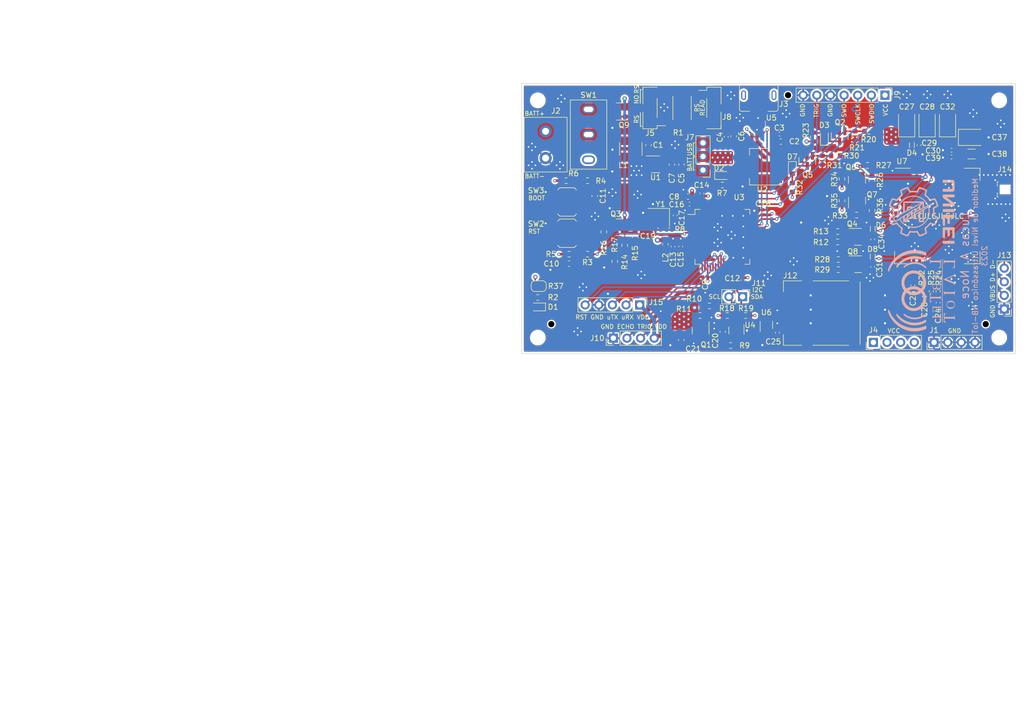
<source format=kicad_pcb>
(kicad_pcb (version 20211014) (generator pcbnew)
  (layers (0 "F.Cu" signal) (1 "In1.Cu" power "In1.Cu_GND") (2 "In2.Cu" power "In2.Cu_VCC") (31 "B.Cu" signal) (34 "B.Paste" user) (35 "F.Paste" user) (36 "B.SilkS" user "B.Silkscreen") (37 "F.SilkS" user "F.Silkscreen") (38 "B.Mask" user) (39 "F.Mask" user) (44 "Edge.Cuts" user))
  (net 0 "")
  (net 1 "VIN_BOOST")
  (net 2 "+5V")
  (net 3 "VOUT_USB")
  (net 4 "VOUT_BOOST")
  (net 5 "/Microcontrolador/STM_NRST_BOT")
  (net 6 "/Microcontrolador/STM_BOOT_BOT")
  (net 7 "VDDA")
  (net 8 "OSC_IN")
  (net 9 "Net-(C19-Pad1)")
  (net 10 "VDD")
  (net 11 "/Perifericos/S_BAT_R")
  (net 12 "Net-(D1-Pad2)")
  (net 13 "Net-(D2-Pad2)")
  (net 14 "+BATT")
  (net 15 "USB_D-")
  (net 16 "USB_D+")
  (net 18 "SYS_SWDIO")
  (net 19 "SYS_SWCLK")
  (net 20 "SYS_SWO")
  (net 21 "EXT_TRIG")
  (net 22 "US_ECHO")
  (net 23 "US_TRIG")
  (net 24 "Net-(Q1-Pad1)")
  (net 25 "Net-(Q2-Pad1)")
  (net 26 "/Perifericos/G_BAT_R")
  (net 27 "/Microcontrolador/STM_NRST")
  (net 28 "/Microcontrolador/STM_BOOT")
  (net 29 "LED_INFO")
  (net 30 "OSC_OUT")
  (net 31 "Net-(R9-Pad1)")
  (net 32 "SHT{slash}US_PWR")
  (net 33 "NBIOT_PWR")
  (net 34 "BAT_R_EN")
  (net 35 "BAT_R_ADC")
  (net 47 "NB_MOD_uTX")
  (net 48 "NB_MOD_RST")
  (net 49 "NB_MOD_uRX")
  (net 50 "I2C_SCL")
  (net 51 "I2C_SDA")
  (net 66 "GND")
  (net 67 "VCC")
  (net 68 "ESD_D-")
  (net 69 "ESD_D+")
  (net 70 "/Alimentacao/SW_BOOST")
  (net 71 "SIMC_IO")
  (net 72 "SIMC_RST")
  (net 73 "SIM_VCC")
  (net 74 "SIMC_CLK")
  (net 75 "NBIOT_VDD_EXT")
  (net 76 "NB_RESET")
  (net 77 "Net-(D3-Pad1)")
  (net 78 "Net-(D3-Pad2)")
  (net 79 "NETLIGHT")
  (net 80 "SIM_DATA")
  (net 81 "SIM_RST")
  (net 82 "SIM_CLK")
  (net 83 "Net-(D7-Pad1)")
  (net 84 "Net-(D7-Pad2)")
  (net 85 "Net-(Q5-Pad1)")
  (net 86 "Net-(Q6-Pad1)")
  (net 87 "NB_TXD1_1V8")
  (net 88 "Net-(Q7-Pad1)")
  (net 89 "NB_RXD1_1V8")
  (net 90 "STATUS")
  (net 99 "NB_USB_VBUS")
  (net 100 "NB_USB_D+")
  (net 101 "NB_USB_D-")
  (net 102 "NB_PWRKEY")
  (net 110 "U1_TXD_3V3")
  (net 111 "U1_RXD_3V3")
  (net 112 "Net-(Q4-Pad1)")
  (net 113 "NBIOT_ANT")
  (net 122 "/Alimentacao/VIN_SH")
  (net 123 "VIN_BATT")
  (net 124 "Net-(Q8-Pad1)")
  (net 125 "NBIOT_RST")
  (net 127 "VIN_BATT_D")
  (net 128 "Net-(R2-Pad1)")
  (footprint "LED_SMD:LED_0603_1608Metric" (layer "F.Cu") (at 124.1045 98.171 180)
    (fp_text reference "D1")
    (fp_text value "PWR_LED")
  )
  (footprint "Footprint_Library:D_TVS_DFN1006-2L" (layer "F.Cu") (at 186.5607 88.7812 -90)
    (fp_text reference "D8")
    (fp_text value "PESDHC2FD4V5B")
  )
  (footprint "Footprint_Library:SW_TS-1187A-B-A-B" (layer "F.Cu") (at 129.604 78.583)
    (fp_text reference "SW3")
    (fp_text value "SW_STM_BOOT")
  )
  (footprint "Resistor_SMD:R_0603_1608Metric" (layer "F.Cu") (at 160.084 105.3592 180)
    (fp_text reference "R9")
    (fp_text value "10k")
  )
  (footprint "Resistor_SMD:R_0603_1608Metric" (layer "F.Cu") (at 171.577 75.882 -90)
    (fp_text reference "R32")
    (fp_text value "1k")
  )
  (footprint "MountingHole:MountingHole_2.2mm_M2" (layer "F.Cu") (at 210.13166 59.64174)
    (fp_text reference "H2" hide)
    (fp_text value "SupPCB")
  )
  (footprint "Resistor_SMD:R_0603_1608Metric" (layer "F.Cu") (at 154.368 99.755 180)
    (fp_text reference "R11")
    (fp_text value "51k")
  )
  (footprint "Resistor_SMD:R_0603_1608Metric" (layer "F.Cu") (at 185.5951 71.7719)
    (fp_text reference "R27")
    (fp_text value "4k7")
  )
  (footprint "Package_TO_SOT_SMD:SOT-23" (layer "F.Cu") (at 139.3975 83.312 180)
    (fp_text reference "Q3")
    (fp_text value "AO3401A")
  )
  (footprint "Footprint_Library:ScrewTerminal_1x2P_P5mm" (layer "F.Cu") (at 125.603 67.905 -90)
    (fp_text reference "J2")
    (fp_text value "BATT")
  )
  (footprint "Resistor_SMD:R_0402_1005Metric" (layer "F.Cu") (at 197.485 95.248 -90)
    (fp_text reference "R25")
    (fp_text value "22R")
  )
  (footprint "Resistor_SMD:R_0603_1608Metric" (layer "F.Cu") (at 133.414 74.616 180)
    (fp_text reference "R4")
    (fp_text value "1k")
  )
  (footprint "LED_SMD:LED_0603_1608Metric" (layer "F.Cu") (at 158.5975 73.66)
    (fp_text reference "D2")
    (fp_text value "LED_INFO")
  )
  (footprint "Capacitor_SMD:C_0402_1005Metric" (layer "F.Cu") (at 201.2468 68.9356)
    (fp_text reference "C30")
    (fp_text value "1uF")
  )
  (footprint "Connector_PinHeader_2.54mm:PinHeader_1x04_P2.54mm_Vertical" (layer "F.Cu") (at 186.69 104.775 90)
    (fp_text reference "J4")
    (fp_text value "VCC")
  )
  (footprint "Resistor_SMD:R_0603_1608Metric" (layer "F.Cu") (at 133.414 88.332 180)
    (fp_text reference "R3")
    (fp_text value "1k")
  )
  (footprint "Resistor_SMD:R_0603_1608Metric" (layer "F.Cu") (at 159.449 99.7712 180)
    (fp_text reference "R18")
    (fp_text value "10k")
  )
  (footprint "Connector_PinHeader_2.54mm:PinHeader_1x04_P2.54mm_Vertical" (layer "F.Cu") (at 211.074 98.552 180)
    (fp_text reference "J13")
    (fp_text value "NB_USB")
  )
  (footprint "Package_QFP:LQFP-64_10x10mm_P0.5mm" (layer "F.Cu") (at 158.547 85.09)
    (fp_text reference "U3")
    (fp_text value "STM32L476RGT6")
  )
  (footprint "Package_TO_SOT_SMD:SOT-23" (layer "F.Cu") (at 183.8175 85.09)
    (fp_text reference "Q4")
    (fp_text value "AO3400A")
  )
  (footprint "Resistor_SMD:R_0603_1608Metric" (layer "F.Cu") (at 186.437 80.2 -90)
    (fp_text reference "R36")
    (fp_text value "47k")
  )
  (footprint "Capacitor_SMD:C_0603_1608Metric" (layer "F.Cu") (at 169.431 67.32942)
    (fp_text reference "C2")
    (fp_text value "10uF")
  )
  (footprint "IC_LabTel:AJ-SR04M" (layer "F.Cu") (at 138.22426 103.9876 90)
    (fp_text reference "J10")
    (fp_text value "AJ-SR04M")
  )
  (footprint "Footprint_Library:USB_Micro_B-Dealon_USB-MR-D-015" (layer "F.Cu") (at 165.3286 61.1772 180)
    (fp_text reference "J3")
    (fp_text value "USB_B_Micro")
  )
  (footprint "Package_TO_SOT_SMD:SOT-23" (layer "F.Cu") (at 180.406 66.3425 -90)
    (fp_text reference "Q2")
    (fp_text value "AO3400A")
  )
  (footprint "Connector_PinHeader_2.54mm:PinHeader_1x03_P2.54mm_Vertical" (layer "F.Cu") (at 154.936 72.644 180)
    (fp_text reference "J7")
    (fp_text value "JP_BOOST/USB")
  )
  (footprint "Capacitor_SMD:C_0402_1005Metric" (layer "F.Cu") (at 186.5607 90.706 -90)
    (fp_text reference "C31")
    (fp_text value "100nF")
  )
  (footprint "Capacitor_Tantalum_SMD:CP_EIA-3528-12_Kemet-T" (layer "F.Cu") (at 204.9915 66.548)
    (fp_text reference "C37")
    (fp_text value "220uF")
  )
  (footprint "Package_TO_SOT_SMD:SOT-23-5" (layer "F.Cu") (at 146.1063 71.567)
    (fp_text reference "U1")
    (fp_text value "TPS613221ADBV")
  )
  (footprint "Footprint_Library:PMOS_DP3415_SOT-23" (layer "F.Cu") (at 139.446 61.722 90)
    (fp_text reference "Q9")
    (fp_text value "DP3415")
  )
  (footprint "Package_TO_SOT_SMD:SOT-23" (layer "F.Cu") (at 174.376 70.9145 -90)
    (fp_text reference "Q5")
    (fp_text value "AO3400A")
  )
  (footprint "Resistor_SMD:R_0402_1005Metric" (layer "F.Cu") (at 195.705 94.615 180)
    (fp_text reference "R22")
    (fp_text value "22R")
  )
  (footprint "Capacitor_SMD:C_0603_1608Metric" (layer "F.Cu") (at 158.623 102.8062 -90)
    (fp_text reference "C20")
    (fp_text value "100nF")
  )
  (footprint "Capacitor_SMD:C_0402_1005Metric" (layer "F.Cu") (at 196.215 96.238 -90)
    (fp_text reference "C26")
    (fp_text value "22pF")
  )
  (footprint "Capacitor_SMD:C_0603_1608Metric" (layer "F.Cu") (at 149.1488 71.615 90)
    (fp_text reference "C7")
    (fp_text value "22uF")
  )
  (footprint "Capacitor_SMD:C_0402_1005Metric" (layer "F.Cu") (at 152.428 78.994 180)
    (fp_text reference "C16")
    (fp_text value "100nF")
  )
  (footprint "Capacitor_SMD:C_0603_1608Metric" (layer "F.Cu") (at 150.876 104.3562 90)
    (fp_text reference "C21")
    (fp_text value "100nF")
  )
  (footprint "Capacitor_SMD:C_0402_1005Metric" (layer "F.Cu") (at 194.056 94.135 90)
    (fp_text reference "C23")
    (fp_text value "22pF")
  )
  (footprint "Capacitor_SMD:C_0402_1005Metric" (layer "F.Cu") (at 201.2468 70.2056)
    (fp_text reference "C39")
    (fp_text value "100nF")
  )
  (footprint "Resistor_SMD:R_2512_6332Metric" (layer "F.Cu") (at 151.0284 61.0616 -90)
    (fp_text reference "R1")
    (fp_text value "0R15/2W")
  )
  (footprint "Resistor_SMD:R_0603_1608Metric" (layer "F.Cu") (at 140.335 86.677 90)
    (fp_text reference "R14")
    (fp_text value "1k")
  )
  (footprint "Resistor_SMD:R_0603_1608Metric" (layer "F.Cu") (at 179.642 69.977 180)
    (fp_text reference "R30")
    (fp_text value "4k7")
  )
  (footprint "Footprint_Library:TBJ_SOT-23" (layer "F.Cu") (at 183.643 79.343)
    (fp_text reference "Q7")
    (fp_text value "MMBT3904")
  )
  (footprint "Resistor_SMD:R_0603_1608Metric" (layer "F.Cu") (at 136.4488 84.1756 90)
    (fp_text reference "R16")
    (fp_text value "1k")
  )
  (footprint "Resistor_SMD:R_0603_1608Metric" (layer "F.Cu") (at 158.56 75.438 180)
    (fp_text reference "R7")
    (fp_text value "10k")
  )
  (footprint "Resistor_SMD:R_0603_1608Metric" (layer "F.Cu") (at 180.1477 89.3192)
    (fp_text reference "R28")
    (fp_text value "4k7")
  )
  (footprint "Resistor_SMD:R_0603_1608Metric" (layer "F.Cu") (at 142.291 85.027 -90)
    (fp_text reference "R15")
    (fp_text value "51k")
  )
  (footprint "Footprint_Library:SW_TS-1187A-B-A-B" (layer "F.Cu") (at 129.604 84.425)
    (fp_text reference "SW2")
    (fp_text value "SW_STM_NRST")
  )
  (footprint "Footprint_Library:NanoSIMCard-Socket_ZX-NSIM-281.4J" (layer "F.Cu") (at 170.261 99.314 90)
    (fp_text reference "J12")
    (fp_text value "SIM_Card")
  )
  (footprint "Connector_PinHeader_2.54mm:PinHeader_1x03_P2.54mm_Vertical_SMD_Pin1Left" (layer "F.Cu") (at 145.0594 61.0616 180)
    (fp_text reference "J5")
    (fp_text value "JP_SHUNT")
  )
  (footprint "Resistor_SMD:R_0603_1608Metric" (layer "F.Cu") (at 124.142 96.393 180)
    (fp_text reference "R2")
    (fp_text value "1k")
  )
  (footprint "Resistor_SMD:R_0603_1608Metric" (layer "F.Cu") (at 185.865 65.405 180)
    (fp_text reference "R20")
    (fp_text value "4k7")
  )
  (footprint "LED_SMD:LED_0603_1608Metric" (layer "F.Cu") (at 177.546 66.5225 90)
    (fp_text reference "D3")
    (fp_text value "LED_NET")
  )
  (footprint "Capacitor_SMD:C_0402_1005Metric" (layer "F.Cu") (at 169.164 65.927)
    (fp_text reference "C3")
    (fp_text value "100nF")
  )
  (footprint "Capacitor_SMD:C_0402_1005Metric" (layer "F.Cu") (at 195.1736 67.9932 90)
    (fp_text reference "C29")
    (fp_text value "100nF")
  )
  (footprint "Capacitor_SMD:C_1206_3216Metric" (layer "F.Cu") (at 204.9798 69.6468 180)
    (fp_text reference "C38")
    (fp_text value "100uF")
  )
  (footprint "Footprint_Library:TBJ_SOT-23" (layer "F.Cu") (at 183.6261 73.4549 180)
    (fp_text reference "Q6")
    (fp_text value "MMBT3904")
  )
  (footprint "Package_TO_SOT_SMD:SOT-223-3_TabPin2" (layer "F.Cu") (at 165.506 72.023 180)
    (fp_text reference "U2")
    (fp_text value "AMS1117-3.3")
  )
  (footprint "Footprint_Library:SOT323-5L" (layer "F.Cu") (at 166.751 101.539 180)
    (fp_text reference "U6")
    (fp_text value "ESDA6V1W5")
  )
  (footprint "Capacitor_Tantalum_SMD:CP_EIA-3528-12_Kemet-T" (layer "F.Cu") (at 192.8876 63.9945 90)
    (fp_text reference "C27")
    (fp_text value "220uF")
  )
  (footprint "Resistor_SMD:R_0603_1608Metric" (layer "F.Cu") (at 180.023 86.0354)
    (fp_text reference "R12")
    (fp_text value "4k7")
  )
  (footprint "Capacitor_SMD:C_0402_1005Metric" (layer "F.Cu") (at 186.563 85.57 -90)
    (fp_text reference "C34")
    (fp_text value "100nF")
  )
  (footprint "Crystal:Crystal_SMD_Abracon_ABM8G-4Pin_3.2x2.5mm" (layer "F.Cu") (at 146.689 81.446 180)
    (fp_text reference "Y1")
    (fp_text value "16MHz")
  )
  (footprint "Resistor_SMD:R_0402_1005Metric" (layer "F.Cu") (at 198.755 95.252 -90)
    (fp_text reference "R24")
    (fp_text value "22R")
  )
  (footprint "Inductor_SMD:L_0603_1608Metric" (layer "F.Cu") (at 147.9296 86.4869 -90)
    (fp_text reference "L2")
    (fp_text value "39nH")
  )
  (footprint "Capacitor_SMD:C_0402_1005Metric" (layer "F.Cu") (at 149.352 86.896 90)
    (fp_text reference "C13")
    (fp_text value "1uF")
  )
  (footprint "Footprint_Library:SW_SPDT_SS-12D10-G090" (layer "F.Cu") (at 133.604 66.0156 -90)
    (fp_text reference "SW1")
    (fp_text value "ON/OFF")
  )
  (footprint "Resistor_SMD:R_0603_1608Metric" (layer "F.Cu") (at 183.579 81.026 180)
    (fp_text reference "R33")
    (fp_text value "4k7")
  )
  (footprint "Resistor_SMD:R_0603_1608Metric" (layer "F.Cu") (at 180.8321 74.2871 90)
    (fp_text reference "R34")
    (fp_text value "4k7")
  )
  (footprint "Resistor_SMD:R_0603_1608Metric" (layer "F.Cu") (at 183.261 66.23 -90)
    (fp_text reference "R21")
    (fp_text value "51k")
  )
  (footprint "Resistor_SMD:R_0603_1608Metric" (layer "F.Cu") (at 180.023 84.105 180)
    (fp_text reference "R13")
    (fp_text value "51k")
  )
  (footprint "Capacitor_SMD:C_0603_1608Metric" (layer "F.Cu") (at 129.985 90.11 180)
    (fp_text reference "C10")
    (fp_text value "10nF")
  )
  (footprint "RF_GSM:SIMCom_SIM800C" (layer "F.Cu") (at 198.6026 81.2022)
    (fp_text reference "U7")
    (fp_text value "SIM7020E")
  )
  (footprint "Capacitor_Tantalum_SMD:CP_EIA-3528-12_Kemet-T" (layer "F.Cu") (at 200.5076 63.9945 90)
    (fp_text reference "C32")
    (fp_text value "220uF")
  )
  (footprint "MountingHole:MountingHole_2.2mm_M2" (layer "F.Cu") (at 124.1552 103.88346)
    (fp_text reference "H4" hide)
    (fp_text value "SupPCB")
  )
  (footprint "Capacitor_Tantalum_SMD:CP_EIA-3528-12_Kemet-T" (layer "F.Cu") (at 196.6976 63.9945 90)
    (fp_text reference "C28")
    (fp_text value "220uF")
  )
  (footprint "Capacitor_SMD:C_0402_1005Metric" (layer "F.Cu") (at 154.737 76.99 90)
    (fp_text reference "C14")
    (fp_text value "100nF")
  )
  (footprint "Jumper:SolderJumper-2_P1.3mm_Open_RoundedPad1.0x1.5mm" (layer "F.Cu") (at 124.318 94.2848)
    (fp_text reference "R37")
    (fp_text value "0R")
  )
  (footprint "Package_TO_SOT_SMD:SOT-23" (layer "F.Cu") (at 183.8452 90.198)
    (fp_text reference "Q8")
    (fp_text value "AO3400A")
  )
  (footprint "Capacitor_SMD:C_0402_1005Metric" (layer "F.Cu") (at 159.258 66.4438 90)
    (fp_text reference "C4")
    (fp_text value "100nF")
  )
  (footprint "Capacitor_SMD:C_0603_1608Metric" (layer "F.Cu") (at 160.655 66.3318 90)
    (fp_text reference "C6")
    (fp_text value "22uF")
  )
  (footprint "Package_TO_SOT_SMD:SOT-23-6" (layer "F.Cu") (at 164.9984 65.278 -90)
    (fp_text reference "U5")
    (fp_text value "USBLC6-2SC6")
  )
  (footprint "Capacitor_SMD:C_0603_1608Metric" (layer "F.Cu") (at 144.78 67.9834 -90)
    (fp_text reference "C1")
    (fp_text value "4.7uF")
  )
  (footprint "Footprint_Library:JLCPCB_ToolingHole" (layer "F.Cu") (at 170.7896 58.674)
    (fp_text reference "H7" hide)
    (fp_text value "ToolingHole")
  )
  (footprint "Resistor_SMD:R_0402_1005Metric" (layer "F.Cu") (at 148.6408 83.82)
    (fp_text reference "R8")
    (fp_text value "47")
  )
  (footprint "MountingHole:MountingHole_2.2mm_M2" (layer "F.Cu") (at 124.1552 59.64174)
    (fp_text reference "H1" hide)
    (fp_text value "SupPCB")
  )
  (footprint "Resistor_SMD:R_0603_1608Metric" (layer "F.Cu") (at 129.985 88.332 180)
    (fp_text reference "R5")
    (fp_text value "10k")
  )
  (footprint "Resistor_SMD:R_0603_1608Metric" (layer "F.Cu") (at 186.4201 74.549 90)
    (fp_text reference "R26")
    (fp_text value "47k")
  )
  (footprint "Capacitor_SMD:C_0402_1005Metric" (layer "F.Cu") (at 155.349 92.583 180)
    (fp_text reference "C9")
    (fp_text value "100nF")
  )
  (footprint "Resistor_SMD:R_0603_1608Metric" (layer "F.Cu") (at 180.1477 91.2242 180)
    (fp_text reference "R29")
    (fp_text value "51k")
  )
  (footprint "Sensor_Humidity:Sensirion_DFN-8-1EP_2.5x2.5mm_P0.5mm_EP1.1x1.7mm" (layer "F.Cu") (at 161.163 102.5652 -90)
    (fp_text reference "U4")
    (fp_text value "SHT30-DIS")
  )
  (footprint "Capacitor_SMD:C_0603_1608Metric" (layer "F.Cu") (at 152.133 77.5716 180)
    (fp_text reference "C8")
    (fp_text value "4.7uF")
  )
  (footprint "Capacitor_SMD:C_0603_1608Metric" (layer "F.Cu") (at 134.747 77.483 -90)
    (fp_text reference "C11")
    (fp_text value "10nF")
  )
  (footprint "Resistor_SMD:R_0603_1608Metric" (layer "F.Cu") (at 175.514 66.485 -90)
    (fp_text reference "R23")
    (fp_text value "1k")
  )
  (footprint "Connector_PinHeader_2.54mm:PinHeader_1x03_P2.54mm_Vertical_SMD_Pin1Left" (layer "F.Cu") (at 156.968 61.0616)
    (fp_text reference "J8")
    (fp_text value "R_SHUNT")
  )
  (footprint "Footprint_Library:D_TVS_DFN1006-2L" (layer "F.Cu") (at 186.563 83.597 -90)
    (fp_text reference "D6")
    (fp_text value "PESDHC2FD4V5B")
  )
  (footprint "MountingHole:MountingHole_2.2mm_M2" (layer "F.Cu") (at 210.13166 103.88346)
    (fp_text reference "H3" hide)
    (fp_text value "SupPCB")
  )
  (footprint "Capacitor_SMD:C_0603_1608Metric" (layer "F.Cu") (at 150.9268 71.615 90)
    (fp_text reference "C5")
    (fp_text value "22uF")
  )
  (footprint "Footprint_Library:D_TVS_DFN1006-2L" (layer "F.Cu") (at 193.8528 68.0156 90)
    (fp_text reference "D4")
    (fp_text value "PESDHC2FD4V5B")
  )
  (footprint "Resistor_SMD:R_0603_1608Metric" (layer "F.Cu") (at 180.848 78.359 90)
    (fp_text reference "R35")
    (fp_text value "4k7")
  )
  (footprint "Package_TO_SOT_SMD:SOT-23" (layer "F.Cu") (at 154.493 102.5975 -90)
    (fp_text reference "Q1")
    (fp_text value "AO3401A")
  )
  (footprint "Resistor_SMD:R_0603_1608Metric" (layer "F.Cu") (at 177.166 70.802 -90)
    (fp_text reference "R31")
    (fp_text value "51k")
  )
  (footprint "Capacitor_SMD:C_0402_1005Metric" (layer "F.Cu") (at 198.755 97.381 -90)
    (fp_text reference "C24")
    (fp_text value "22pF")
  )
  (footprint "Footprint_Library:L_SMD-FNR4030S2R2MT" (layer "F.Cu") (at 141.478 68.7056 -90)
    (fp_text reference "L1")
    (fp_text value "2.2uH")
  )
  (footprint "Capacitor_SMD:C_0402_1005Metric" (layer "F.Cu") (at 162.357 93.19 -90)
    (fp_text reference "C12")
    (fp_text value "100nF")
  )
  (footprint "Capacitor_SMD:C_0402_1005Metric" (layer "F.Cu") (at 168.783 102.969 -90)
    (fp_text reference "C25")
    (fp_text value "100nF")
  )
  (footprint "Footprint_Library:JLCPCB_ToolingHole" (layer "F.Cu") (at 207.6196 101.3714)
    (fp_text reference "H6" hide)
    (fp_text value "ToolingHole")
  )
  (footprint "Resistor_SMD:R_0603_1608Metric" (layer "F.Cu") (at 162.877 99.7712)
    (fp_text reference "R19")
    (fp_text value "10k")
  )
  (footprint "Resistor_SMD:R_0603_1608Metric" (layer "F.Cu") (at 129.4262 74.616 180)
    (fp_text reference "R6")
    (fp_text value "10k")
  )
  (footprint "Connector_PinHeader_2.54mm:PinHeader_1x05_P2.54mm_Vertical" (layer "F.Cu") (at 143.129 97.79 -90)
    (fp_text reference "J15")
    (fp_text value "NB_MÓDULO")
  )
  (footprint "Capacitor_SMD:C_0402_1005Metric" (layer "F.Cu") (at 150.7744 86.896 90)
    (fp_text reference "C15")
    (fp_text value "10nF")
  )
  (footprint "Capacitor_SMD:C_0402_1005Metric" (layer "F.Cu") (at 146.558 83.82 180)
    (fp_text reference "C19")
    (fp_text value "12pF")
  )
  (footprint "Connector_PinHeader_2.54mm:PinHeader_1x04_P2.54mm_Vertical" (layer "F.Cu") (at 197.993 104.775 90)
    (fp_text reference "J1")
    (fp_text value "GND")
  )
  (footprint "Footprint_Library:JLCPCB_ToolingHole" (layer "F.Cu") (at 126.6698 101.3714)
    (fp_text reference "H5" hide)
    (fp_text value "ToolingHole")
  )
  (footprint "Connector_PinHeader_2.54mm:PinHeader_1x07_P2.54mm_Vertical" (layer "F.Cu") (at 188.849 58.674 -90)
    (fp_text reference "J9")
    (fp_text value "SWD/ExtTrig")
  )
  (footprint "Connector_PinHeader_2.54mm:PinHeader_1x02_P2.54mm_Vertical" (layer "F.Cu") (at 162.311 96.266 -90)
    (fp_text reference "J11")
    (fp_text value "I2C")
  )
  (footprint "Resistor_SMD:R_0603_1608Metric" (layer "F.Cu") (at 156.147 97.977 180)
    (fp_text reference "R10")
    (fp_text value "1k")
  )
  (footprint "Capacitor_SMD:C_0402_1005Metric" (layer "F.Cu") (at 166.116 80.518 90)
    (fp_text reference "C18")
    (fp_text value "100nF")
  )
  (footprint "Capacitor_SMD:C_0402_1005Metric" (layer "F.Cu") (at 149.7584 81.0996 -90)
    (fp_text reference "C17")
    (fp_text value "12pF")
  )
  (footprint "Resistor_SMD:R_0603_1608Metric" (layer "F.Cu") (at 138.4808 89.662 90)
    (fp_text reference "R17")
    (fp_text value "100k")
  )
  (footprint "LED_SMD:LED_0603_1608Metric" (layer "F.Cu") (at 171.577 72.5425 -90)
    (fp_text reference "D7")
    (fp_text value "LED_STATUS")
  )
  (footprint "Footprint_Library:Conn_RF_Receptacle_SMT-TE_2337019-1" (layer "F.Cu") (at 211.172 76.2508 -90)
    (fp_text reference "J14")
    (fp_text value "IPEX")
  )
  (footprint "LOGO" (layer "B.Cu") (at 200.66 80.391 -90)
    (fp_text reference "G***" hide)
    (fp_text value "LOGO" hide)
  )
  (footprint "LOGO" (layer "B.Cu") (at 195.66 95.141 -90)
    (fp_text reference "G***" hide)
    (fp_text value "LOGO" hide)
  )
  (footprint "LOGO" (layer "B.Cu") (at 194.16 80.391 -90)
    (fp_text reference "G***" hide)
    (fp_text value "LOGO" hide)
  )
  (gr_line (start 143.261 57.6276) (end 143.261 60.1676) (layer "F.SilkS") (width 0.15))
  (gr_line (start 143.4642 64.4856) (end 143.261 64.4856) (layer "F.SilkS") (width 0.15))
  (gr_line (start 143.261 61.9456) (end 143.261 64.4856) (layer "F.SilkS") (width 0.15))
  (gr_line (start 153.1326 70.231) (end 153.3866 70.231) (layer "F.SilkS") (width 0.15))
  (gr_line (start 143.4642 57.6276) (end 143.261 57.6276) (layer "F.SilkS") (width 0.15))
  (gr_line (start 153.1326 72.644) (end 153.1326 70.231) (layer "F.SilkS") (width 0.15))
  (gr_line (start 153.1326 69.977) (end 153.3866 69.977) (layer "F.SilkS") (width 0.15))
  (gr_line (start 153.1326 69.977) (end 153.1326 67.564) (layer "F.SilkS") (width 0.15))
  (gr_line (start 153.1326 67.564) (end 153.3866 67.564) (layer "F.SilkS") (width 0.15))
  (gr_line (start 153.1326 72.644) (end 153.3866 72.644) (layer "F.SilkS") (width 0.15))
  (gr_line (start 165.77818 61.38926) (end 165.52926 61.38926) (layer "F.SilkS") (width 0.01))
  (gr_rect (start 121.158 56.515) (end 213.1314 106.8832) (layer "Edge.Cuts") (width 0.1) (fill none))
  (gr_text "Lucas A. Noce" (at 203.735 88.641 90) (layer "B.SilkS") (effects (font (size 1.5 1.5) (thickness 0.2)) (justify mirror)))
  (gr_text "Medidor de Nível Ultrassônico NB-IoT" (at 205.66 88.641 90) (layer "B.SilkS") (effects (font (size 1 1)) (justify mirror)))
  (gr_text "2023" (at 207.41 88.641 90) (layer "B.SilkS") (effects (font (size 1 1)) (justify mirror)))
  (gr_text "RS" (at 142.5448 63.1444 90) (layer "F.SilkS") (effects (font (size 0.8 0.8) (thickness 0.13))))
  (gr_text "GND\n\nTRIG\n\nGND\n\nSWO\n\nSWCLK\n\nSWDIO\n\nVCC" (at 181.229 60.198 90) (layer "F.SilkS") (effects (font (size 0.8 0.8) (thickness 0.13)) (justify right)))
  (gr_text "RST GND uTX uRX VDD" (at 138.049 100.076) (layer "F.SilkS") (effects (font (size 0.8 0.8) (thickness 0.13))))
  (gr_text "GND" (at 201.803 102.616) (layer "F.SilkS") (effects (font (size 0.8 0.8) (thickness 0.13))))
  (gr_text "RS" (at 153.8224 61.0108 90) (layer "F.SilkS") (effects (font (size 0.8 0.8) (thickness 0.13))))
  (gr_text "BATT+" (at 123.571 62.103) (layer "F.SilkS") (effects (font (size 0.8 0.8) (thickness 0.13))))
  (gr_text "RS" (at 142.5906 57.5564 90) (layer "F.SilkS") (effects (font (size 0.8 0.8) (thickness 0.13))))
  (gr_text "SDA" (at 164.973 96.266) (layer "F.SilkS") (effects (font (size 0.8 0.8) (thickness 0.13))))
  (gr_text "GND ECHO TRIG VDD" (at 142.03426 101.854) (layer "F.SilkS") (effects (font (size 0.8 0.8) (thickness 0.13))))
  (gr_text "I2C" (at 165.1 94.996) (layer "F.SilkS") (effects (font (size 0.8 0.8) (thickness 0.13))))
  (gr_text "JLCJLCJLCJLC" (at 198.4756 81.2292) (layer "F.SilkS") (effects (font (size 1 1))))
  (gr_text "NO" (at 142.5448 59.4614 90) (layer "F.SilkS") (effects (font (size 0.8 0.8) (thickness 0.13))))
  (gr_text "GND VBUS D+ D-" (at 208.915 94.742 90) (layer "F.SilkS") (effects (font (size 0.8 0.8) (thickness 0.13))))
  (gr_text "USB" (at 152.4508 68.7832 90) (layer "F.SilkS") (effects (font (size 0.8 0.8) (thickness 0.13))))
  (gr_text "BOOT" (at 122.301 77.851) (layer "F.SilkS") (effects (font (size 0.8 0.8) (thickness 0.13)) (justify left)))
  (gr_text "BATT" (at 152.4508 71.5264 90) (layer "F.SilkS") (effects (font (size 0.8 0.8) (thickness 0.13))))
  (gr_text "VCC" (at 190.5 102.616) (layer "F.SilkS") (effects (font (size 0.8 0.8) (thickness 0.13))))
  (gr_text "RST" (at 122.301 84.074) (layer "F.SilkS") (effects (font (size 0.8 0.8) (thickness 0.13)) (justify left)))
  (gr_text "SCL" (at 157.099 96.266) (layer "F.SilkS") (effects (font (size 0.8 0.8) (thickness 0.13))))
  (gr_text "READ" (at 154.8384 61.0108 90) (layer "F.SilkS") (effects (font (size 0.8 0.8) (thickness 0.13))))
  (gr_text "BATT-" (at 123.571 73.787) (layer "F.SilkS") (effects (font (size 0.8 0.8) (thickness 0.13))))
  (segment (start 167.3098 69.723) (end 168.656 69.723) (width 0.5) (layer "F.Cu") (net 2))
  (segment (start 164.9984 67.4116) (end 167.3098 69.723) (width 0.5) (layer "F.Cu") (net 2))
  (segment (start 164.9984 66.4155) (end 164.9984 67.4116) (width 0.5) (layer "F.Cu") (net 2))
  (segment (start 130.76 90.11) (end 130.76 88.382) (width 0.3) (layer "F.Cu") (net 5))
  (segment (start 130.76 88.382) (end 130.81 88.332) (width 0.3) (layer "F.Cu") (net 5))
  (segment (start 132.604 86.3) (end 132.589 86.315) (width 0.3) (layer "F.Cu") (net 5))
  (segment (start 130.81 88.332) (end 132.589 88.332) (width 0.3) (layer "F.Cu") (net 5))
  (segment (start 132.589 86.315) (end 132.589 88.332) (width 0.3) (layer "F.Cu") (net 5))
  (segment (start 126.604 86.3) (end 132.604 86.3) (width 0.3) (layer "F.Cu") (net 5))
  (segment (start 132.589 76.693) (end 132.604 76.708) (width 0.3) (layer "F.Cu") (net 6))
  (segment (start 126.604 76.708) (end 132.604 76.708) (width 0.3) (layer "F.Cu") (net 6))
  (segment (start 132.589 74.616) (end 130.2512 74.616) (width 0.3) (layer "F.Cu") (net 6))
  (segment (start 134.747 76.708) (end 132.604 76.708) (width 0.3) (layer "F.Cu") (net 6))
  (segment (start 132.589 74.616) (end 132.589 76.693) (width 0.3) (layer "F.Cu") (net 6))
  (segment (start 150.8104 87.34) (end 150.7744 87.376) (width 0.3) (layer "F.Cu") (net 7))
  (segment (start 143.815 87.376) (end 142.291 85.852) (width 0.5) (layer "F.Cu") (net 7))
  (segment (start 152.872 87.34) (end 150.8104 87.34) (width 0.3) (layer "F.Cu") (net 7))
  (segment (start 150.7744 87.376) (end 143.815 87.376) (width 0.5) (layer "F.Cu") (net 7))
  (segment (start 151.3358 83.34) (end 150.7236 82.7278) (width 0.3) (layer "F.Cu") (net 8))
  (segment (start 150.7236 81.4832) (end 149.8364 80.596) (width 0.3) (layer "F.Cu") (net 8))
  (segment (start 150.7236 82.7278) (end 150.7236 81.4832) (width 0.3) (layer "F.Cu") (net 8))
  (segment (start 149.8364 80.596) (end 147.789 80.596) (width 0.3) (layer "F.Cu") (net 8))
  (segment (start 152.872 83.34) (end 151.3358 83.34) (width 0.3) (layer "F.Cu") (net 8))
  (segment (start 148.1308 83.82) (end 147.038 83.82) (width 0.3) (layer "F.Cu") (net 9))
  (segment (start 147.038 83.82) (end 147.038 83.745) (width 0.3) (layer "F.Cu") (net 9))
  (segment (start 147.038 83.745) (end 145.589 82.296) (width 0.3) (layer "F.Cu") (net 9))
  (segment (start 158.782 103.7402) (end 160.413 103.7402) (width 0.3) (layer "F.Cu") (net 10))
  (segment (start 159.259 105.3592) (end 158.623 104.7232) (width 0.3) (layer "F.Cu") (net 10))
  (segment (start 146.25066 103.5812) (end 158.623 103.5812) (width 0.75) (layer "F.Cu") (net 10))
  (segment (start 158.623 103.5812) (end 158.782 103.7402) (width 0.3) (layer "F.Cu") (net 10))
  (segment (start 145.84426 103.9876) (end 146.25066 103.5812) (width 0.75) (layer "F.Cu") (net 10))
  (segment (start 158.623 104.7232) (end 158.623 103.5812) (width 0.3) (layer "F.Cu") (net 10))
  (segment (start 145.84426 100.50526) (end 143.129 97.79) (width 0.75) (layer "B.Cu") (net 10))
  (segment (start 145.84426 103.9876) (end 145.84426 100.50526) (width 0.75) (layer "B.Cu") (net 10))
  (segment (start 136.4874 83.312) (end 138.46 83.312) (width 0.3) (layer "F.Cu") (net 11))
  (segment (start 136.4488 83.3506) (end 136.4874 83.312) (width 0.3) (layer "F.Cu") (net 11))
  (segment (start 123.317 98.171) (end 123.317 96.393) (width 0.3) (layer "F.Cu") (net 12))
  (segment (start 159.385 75.438) (end 159.385 73.66) (width 0.3) (layer "F.Cu") (net 13))
  (segment (start 166.8145 65.151) (end 165.9484 66.0171) (width 0.3) (layer "F.Cu") (net 15))
  (segment (start 166.878 65.151) (end 166.8145 65.151) (width 0.3) (layer "F.Cu") (net 15))
  (segment (start 166.469 83.34) (end 164.222 83.34) (width 0.3) (layer "F.Cu") (net 15))
  (segment (start 165.9484 66.0171) (end 165.9484 66.4155) (width 0.3) (layer "F.Cu") (net 15))
  (segment (start 166.878 82.931) (end 166.469 83.34) (width 0.3) (layer "F.Cu") (net 15))
  (via (at 166.878 82.931) (size 0.6) (drill 0.3) (layers "F.Cu" "B.Cu") (net 15))
  (via (at 166.878 65.151) (size 0.6) (drill 0.3) (layers "F.Cu" "B.Cu") (net 15))
  (segment (start 166.878 65.151) (end 166.878 82.931) (width 0.3) (layer "B.Cu") (net 15))
  (segment (start 165.672607 82.84) (end 164.222 82.84) (width 0.3) (layer "F.Cu") (net 16))
  (segment (start 163.0934 64.9986) (end 164.0484 65.9536) (width 0.3) (layer "F.Cu") (net 16))
  (segment (start 165.862 82.650607) (end 165.672607 82.84) (width 0.3) (layer "F.Cu") (net 16))
  (segment (start 164.0484 65.9536) (end 164.0484 66.4155) (width 0.3) (layer "F.Cu") (net 16))
  (via (at 165.862 82.650607) (size 0.6) (drill 0.3) (layers "F.Cu" "B.Cu") (net 16))
  (via (at 163.0934 64.9986) (size 0.6) (drill 0.3) (layers "F.Cu" "B.Cu") (net 16))
  (segment (start 165.862 82.650607) (end 165.862 67.7672) (width 0.3) (layer "B.Cu") (net 16))
  (segment (start 165.862 67.7672) (end 163.0934 64.9986) (width 0.3) (layer "B.Cu") (net 16))
  (segment (start 168.656 81.788) (end 165.735 81.788) (width 0.3) (layer "F.Cu") (net 18))
  (segment (start 165.735 81.788) (end 165.183 82.34) (width 0.3) (layer "F.Cu") (net 18))
  (segment (start 165.183 82.34) (end 164.222 82.34) (width 0.3) (layer "F.Cu") (net 18))
  (via (at 168.656 81.788) (size 0.6) (drill 0.3) (layers "F.Cu" "B.Cu") (net 18))
  (segment (start 186.309 64.135) (end 186.309 58.674) (width 0.3) (layer "B.Cu") (net 18))
  (segment (start 168.656 81.788) (end 186.309 64.135) (width 0.3) (layer "B.Cu") (net 18))
  (segment (start 162.297 79.112) (end 162.297 79.415) (width 0.3) (layer "F.Cu") (net 19))
  (segment (start 169.291 78.994) (end 162.29652 78.994) (width 0.3) (layer "F.Cu") (net 19))
  (segment (start 162.29652 79.11152) (end 162.297 79.112) (width 0.3) (layer "F.Cu") (net 19))
  (segment (start 162.29652 78.994) (end 162.29652 79.11152) (width 0.3) (layer "F.Cu") (net 19))
  (via (at 169.291 78.994) (size 0.6) (drill 0.3) (layers "F.Cu" "B.Cu") (net 19))
  (segment (start 183.769 63.023357) (end 183.769 64.516) (width 0.3) (layer "B.Cu") (net 19))
  (segment (start 183.147467 61.652) (end 183.369 61.652) (width 0.3) (layer "B.Cu") (net 19))
  (segment (start 183.369 60.852) (end 183.147467 60.852) (width 0.3) (layer "B.Cu") (net 19))
  (segment (start 183.769 62.052) (end 183.769 63.023357) (width 0.3) (layer "B.Cu") (net 19))
  (segment (start 183.769 58.674) (end 183.769 60.452) (width 0.3) (layer "B.Cu") (net 19))
  (segment (start 183.769 64.516) (end 169.291 78.994) (width 0.3) (layer "B.Cu") (net 19))
  (arc (start 182.747467 61.252) (mid 182.864624 61.534843) (end 183.147467 61.652) (width 0.3) (layer "B.Cu") (net 19))
  (arc (start 183.769 60.452) (mid 183.651843 60.734843) (end 183.369 60.852) (width 0.3) (layer "B.Cu") (net 19))
  (arc (start 183.369 61.652) (mid 183.651843 61.769157) (end 183.769 62.052) (width 0.3) (layer "B.Cu") (net 19))
  (arc (start 183.147467 60.852) (mid 182.864624 60.969157) (end 182.747467 61.252) (width 0.3) (layer "B.Cu") (net 19))
  (segment (start 159.766 77.978) (end 159.297 78.447) (width 0.3) (layer "F.Cu") (net 20))
  (segment (start 159.297 78.447) (end 159.297 79.415) (width 0.3) (layer "F.Cu") (net 20))
  (segment (start 168.656 77.978) (end 159.766 77.978) (width 0.3) (layer "F.Cu") (net 20))
  (via (at 168.656 77.978) (size 0.6) (drill 0.3) (layers "F.Cu" "B.Cu") (net 20))
  (segment (start 181.229 65.405) (end 181.229 58.674) (width 0.3) (layer "B.Cu") (net 20))
  (segment (start 168.656 77.978) (end 181.229 65.405) (width 0.3) (layer "B.Cu") (net 20))
  (segment (start 168.148 76.962) (end 159.512 76.962) (width 0.3) (layer "F.Cu") (net 21))
  (segment (start 159.512 76.962) (end 158.297 78.177) (width 0.3) (layer "F.Cu") (net 21))
  (segment (start 158.297 78.177) (end 158.297 79.415) (width 0.3) (layer "F.Cu") (net 21))
  (via (at 168.148 76.962) (size 0.6) (drill 0.3) (layers "F.Cu" "B.Cu") (net 21))
  (segment (start 176.149 68.961) (end 176.149 58.674) (width 0.3) (layer "B.Cu") (net 21))
  (segment (start 168.148 76.962) (end 176.149 68.961) (width 0.3) (layer "B.Cu") (net 21))
  (segment (start 159.297 91.782) (end 156.4894 94.5896) (width 0.3) (layer "F.Cu") (net 22))
  (segment (start 150.16226 94.5896) (end 140.76426 103.9876) (width 0.3) (layer "F.Cu") (net 22))
  (segment (start 156.4894 94.5896) (end 150.16226 94.5896) (width 0.3) (layer "F.Cu") (net 22))
  (segment (start 159.297 90.765) (end 159.297 91.782) (width 0.3) (layer "F.Cu") (net 22))
  (segment (start 159.797 92.425) (end 155.829 96.393) (width 0.3) (layer "F.Cu") (net 23))
  (segment (start 159.797 90.765) (end 159.797 92.425) (width 0.3) (layer "F.Cu") (net 23))
  (segment (start 150.89886 96.393) (end 143.30426 103.9876) (width 0.3) (layer "F.Cu") (net 23))
  (segment (start 155.829 96.393) (end 150.89886 96.393) (width 0.3) (layer "F.Cu") (net 23))
  (segment (start 155.443 100.005) (end 155.443 101.66) (width 0.3) (layer "F.Cu") (net 24))
  (segment (start 155.322 99.626) (end 155.193 99.755) (width 0.3) (layer "F.Cu") (net 24))
  (segment (start 155.193 99.755) (end 155.443 100.005) (width 0.3) (layer "F.Cu") (net 24))
  (segment (start 155.322 97.977) (end 155.322 99.626) (width 0.3) (layer "F.Cu") (net 24))
  (segment (start 185.04 65.405) (end 183.261 65.405) (width 0.3) (layer "F.Cu") (net 25))
  (segment (start 183.261 65.405) (end 181.356 65.405) (width 0.3) (layer "F.Cu") (net 25))
  (segment (start 142.291 84.202) (end 142.231 84.262) (width 0.3) (layer "F.Cu") (net 26))
  (segment (start 140.335 85.852) (end 140.335 84.262) (width 0.3) (layer "F.Cu") (net 26))
  (segment (start 142.231 84.262) (end 140.335 84.262) (width 0.3) (layer "F.Cu") (net 26))
  (segment (start 135.192 88.3412) (end 134.2482 88.3412) (width 0.3) (layer "F.Cu") (net 27))
  (segment (start 134.2482 88.3412) (end 134.239 88.332) (width 0.3) (layer "F.Cu") (net 27))
  (segment (start 151.6768 84.34) (end 152.872 84.34) (width 0.3) (layer "F.Cu") (net 27))
  (segment (start 151.4856 84.5312) (end 151.6768 84.34) (width 0.3) (layer "F.Cu") (net 27))
  (via (at 151.4856 84.5312) (size 0.6) (drill 0.3) (layers "F.Cu" "B.Cu") (net 27))
  (via (at 135.192 88.3412) (size 0.6) (drill 0.3) (layers "F.Cu" "B.Cu") (net 27))
  (segment (start 151.4856 84.5312) (end 138.959252 84.5312) (width 0.3) (layer "B.Cu") (net 27))
  (segment (start 135.192 88.298452) (end 135.192 88.3412) (width 0.3) (layer "B.Cu") (net 27))
  (segment (start 138.959252 84.5312) (end 135.192 88.298452) (width 0.3) (layer "B.Cu") (net 27))
  (segment (start 156.797 79.415) (end 156.797 76.914) (width 0.3) (layer "F.Cu") (net 28))
  (segment (start 154.499 74.616) (end 134.239 74.616) (width 0.3) (layer "F.Cu") (net 28))
  (segment (start 156.797 76.914) (end 154.499 74.616) (width 0.3) (layer "F.Cu") (net 28))
  (segment (start 157.797 79.415) (end 157.797 75.5) (width 0.3) (layer "F.Cu") (net 29))
  (segment (start 157.797 75.5) (end 157.735 75.438) (width 0.3) (layer "F.Cu") (net 29))
  (segment (start 149.1708 83.84) (end 152.872 83.84) (width 0.3) (layer "F.Cu") (net 30))
  (segment (start 149.1508 83.82) (end 149.1708 83.84) (width 0.3) (layer "F.Cu") (net 30))
  (segment (start 160.913 103.7402) (end 160.913 105.3552) (width 0.3) (layer "F.Cu") (net 31))
  (segment (start 160.913 105.3552) (end 160.909 105.3592) (width 0.3) (layer "F.Cu") (net 31))
  (segment (start 156.972 97.977) (end 156.972 96.393) (width 0.3) (layer "F.Cu") (net 32))
  (segment (start 160.297 93.068) (end 160.297 90.765) (width 0.3) (layer "F.Cu") (net 32))
  (segment (start 156.972 96.393) (end 160.297 93.068) (width 0.3) (layer "F.Cu") (net 32))
  (segment (start 164.222 86.34) (end 178.8934 86.34) (width 0.3) (layer "F.Cu") (net 33))
  (segment (start 178.8934 86.34) (end 179.198 86.0354) (width 0.3) (layer "F.Cu") (net 33))
  (segment (start 152.872 88.34) (end 141.173 88.34) (width 0.3) (layer "F.Cu") (net 34))
  (segment (start 141.173 88.34) (end 140.335 87.502) (width 0.3) (layer "F.Cu") (net 34))
  (segment (start 138.4808 88.837) (end 137.8082 88.837) (width 0.3) (layer "F.Cu") (net 35))
  (segment (start 136.4488 87.4776) (end 136.4488 85.0006) (width 0.3) (layer "F.Cu") (net 35))
  (segment (start 152.872 88.84) (end 138.4838 88.84) (width 0.3) (layer "F.Cu") (net 35))
  (segment (start 137.8082 88.837) (end 136.4488 87.4776) (width 0.3) (layer "F.Cu") (net 35))
  (segment (start 138.4838 88.84) (end 138.4808 88.837) (width 0.3) (layer "F.Cu") (net 35))
  (segment (start 158.297 88.337) (end 158.297 90.765) (width 0.3) (layer "F.Cu") (net 47))
  (segment (start 158.369 88.265) (end 158.297 88.337) (width 0.3) (layer "F.Cu") (net 47))
  (via (at 158.369 88.265) (size 0.6) (drill 0.3) (layers "F.Cu" "B.Cu") (net 47))
  (segment (start 158.369 88.265) (end 151.257 95.377) (width 0.3) (layer "B.Cu") (net 47))
  (segment (start 151.257 95.377) (end 140.462 95.377) (width 0.3) (layer "B.Cu") (net 47))
  (segment (start 140.462 95.377) (end 138.049 97.79) (width 0.3) (layer "B.Cu") (net 47))
  (segment (start 157.797 89.09) (end 157.797 90.765) (width 0.3) (layer "F.Cu") (net 48))
  (segment (start 157.099 88.392) (end 157.797 89.09) (width 0.3) (layer "F.Cu") (net 48))
  (via (at 157.099 88.392) (size 0.6) (drill 0.3) (layers "F.Cu" "B.Cu") (net 48))
  (segment (start 151.003 94.488) (end 136.271 94.488) (width 0.3) (layer "B.Cu") (net 48))
  (segment (start 136.271 94.488) (end 132.969 97.79) (width 0.3) (layer "B.Cu") (net 48))
  (segment (start 157.099 88.392) (end 151.003 94.488) (width 0.3) (layer "B.Cu") (net 48))
  (segment (start 158.797 89.107) (end 158.797 90.765) (width 0.3) (layer "F.Cu") (net 49))
  (segment (start 159.004 88.9) (end 158.797 89.107) (width 0.3) (layer "F.Cu") (net 49))
  (via (at 159.004 88.9) (size 0.6) (drill 0.3) (layers "F.Cu" "B.Cu") (net 49))
  (segment (start 151.638 96.266) (end 142.113 96.266) (width 0.3) (layer "B.Cu") (net 49))
  (segment (start 159.004 88.9) (end 151.638 96.266) (width 0.3) (layer "B.Cu") (net 49))
  (segment (start 142.113 96.266) (end 140.589 97.79) (width 0.3) (layer "B.Cu") (net 49))
  (segment (start 160.274 96.769) (end 159.771 96.266) (width 0.3) (layer "F.Cu") (net 50))
  (segment (start 160.797 95.24) (end 159.771 96.266) (width 0.3) (layer "F.Cu") (net 50))
  (segment (start 160.797 90.765) (end 160.797 95.24) (width 0.3) (layer "F.Cu") (net 50))
  (segment (start 160.274 99.7712) (end 160.274 96.769) (width 0.3) (layer "F.Cu") (net 50))
  (segment (start 160.413 101.3902) (end 160.413 99.9102) (width 0.3) (layer "F.Cu") (net 50))
  (segment (start 160.413 99.9102) (end 160.274 99.7712) (width 0.3) (layer "F.Cu") (net 50))
  (segment (start 161.297 95.252) (end 162.311 96.266) (width 0.3) (layer "F.Cu") (net 51))
  (segment (start 162.052 96.525) (end 162.311 96.266) (width 0.3) (layer "F.Cu") (net 51))
  (segment (start 161.913 101.3902) (end 161.913 99.9102) (width 0.3) (layer "F.Cu") (net 51))
  (segment (start 161.297 90.765) (end 161.297 95.252) (width 0.3) (layer "F.Cu") (net 51))
  (segment (start 162.052 99.7712) (end 162.052 96.525) (width 0.3) (layer "F.Cu") (net 51))
  (segment (start 161.913 99.9102) (end 162.052 99.7712) (width 0.3) (layer "F.Cu") (net 51))
  (segment (start 161.163 102.5652) (end 161.413 102.3152) (width 0.3) (layer "F.Cu") (net 66))
  (segment (start 161.413 102.3152) (end 161.413 101.3902) (width 0.3) (layer "F.Cu") (net 66))
  (segment (start 161.163 102.5652) (end 161.413 102.8152) (width 0.3) (layer "F.Cu") (net 66))
  (segment (start 163.1188 102.5652) (end 161.163 102.5652) (width 0.5) (layer "F.Cu") (net 66))
  (segment (start 161.413 102.8152) (end 161.413 103.7402) (width 0.3) (layer "F.Cu") (net 66))
  (via (at 196.088 58.547) (size 0.6) (drill 0.3) (layers "F.Cu" "B.Cu") (net 66))
  (via (at 160.147 58.0898) (size 0.6) (drill 0.3) (layers "F.Cu" "B.Cu") (net 66))
  (via (at 198.3486 82.296) (size 0.6) (drill 0.3) (layers "F.Cu" "B.Cu") (net 66))
  (via (at 128.27 72.39) (size 0.6) (drill 0.3) (layers "F.Cu" "B.Cu") (net 66))
  (via (at 162.433 62.865) (size 0.6) (drill 0.3) (layers "F.Cu" "B.Cu") (net 66))
  (via (at 142.113 77.216) (size 0.6) (drill 0.3) (layers "F.Cu" "B.Cu") (net 66))
  (via (at 142.5448 71.9074) (size 0.6) (drill 0.3) (layers "F.Cu" "B.Cu") (net 66))
  (via (at 149.6568 82.6008) (size 0.6) (drill 0.3) (layers "F.Cu" "B.Cu") (net 66))
  (via (at 168.783 98.806) (size 0.6) (drill 0.3) (layers "F.Cu" "B.Cu") (net 66))
  (via (at 205.4606 88.773) (size 0.6) (drill 0.3) (layers "F.Cu" "B.Cu") (net 66))
  (via (at 193.1416 75.184) (size 0.8) (drill 0.4) (layers "F.Cu" "B.Cu") (net 66))
  (via (at 162.4584 83.1596) (size 0.6) (drill 0.3) (layers "F.Cu" "B.Cu") (net 66))
  (via (at 184.785 87.757) (size 0.6) (drill 0.3) (layers "F.Cu" "B.Cu") (net 66))
  (via (at 133.1976 94.488) (size 0.6) (drill 0.3) (layers "F.Cu" "B.Cu") (net 66))
  (via (at 211.328 73.5584) (size 0.6) (drill 0.3) (layers "F.Cu" "B.Cu") (net 66))
  (via (at 132.5626 93.853) (size 0.6) (drill 0.3) (layers "F.Cu" "B.Cu") (net 66))
  (via (at 143.4338 92.837) (size 0.6) (drill 0.3) (layers "F.Cu" "B.Cu") (net 66))
  (via (at 202.5396 79.375) (size 0.6) (drill 0.3) (layers "F.Cu" "B.Cu") (net 66))
  (via (at 205.3082 61.3918) (size 0.6) (drill 0.3) (layers "F.Cu" "B.Cu") (net 66))
  (via (at 201.9046 92.329) (size 0.6) (drill 0.3) (layers "F.Cu" "B.Cu") (net 66))
  (via (at 123.063 67.691) (size 0.6) (drill 0.3) (layers "F.Cu" "B.Cu") (net 66))
  (via (at 150.368 67.9196) (size 0.6) (drill 0.3) (layers "F.Cu" "B.Cu") (net 66))
  (via (at 209.804 64.008) (size 0.6) (drill 0.3) (layers "F.Cu" "B.Cu") (net 66))
  (via (at 205.74 97.9424) (size 0.6) (drill 0.3) (layers "F.Cu" "B.Cu") (net 66))
  (via (at 160.4772 81.1784) (size 0.6) (drill 0.3) (layers "F.Cu" "B.Cu") (net 66))
  (via (at 212.1408 73.5584) (size 0.6) (drill 0.3) (layers "F.Cu" "B.Cu") (net 66))
  (via (at 200.7616 86.868) (size 0.6) (drill 0.3) (layers "F.Cu" "B.Cu") (net 66))
  (via (at 170.434 62.738) (size 0.6) (drill 0.3) (layers "F.Cu" "B.Cu") (net 66))
  (via (at 137.2108 95.7072) (size 0.8) (drill 0.4) (layers "F.Cu" "B.Cu") (net 66))
  (via (at 178.308 81.407) (size 0.6) (drill 0.3) (layers "F.Cu" "B.Cu") (net 66))
  (via (at 175.006 98.679) (size 0.8) (drill 0.4) (layers "F.Cu" "B.Cu") (net 66))
  (via (at 200.533 59.182) (size 0.6) (drill 0.3) (layers "F.Cu" "B.Cu") (net 66))
  (via (at 162.4584 81.1784) (size 0.6) (drill 0.3) (layers "F.Cu" "B.Cu") (net 66))
  (via (at 194.4116 87.503) (size 0.6) (drill 0.3) (layers "F.Cu" "B.Cu") (net 66))
  (via (at 161.798 62.23) (size 0.6) (drill 0.3) (layers "F.Cu" "B.Cu") (net 66))
  (via (at 185.42 82.423) (size 0.6) (drill 0.3) (layers "F.Cu" "B.Cu") (net 66))
  (via (at 204.4446 84.328) (size 0.6) (drill 0.3) (layers "F.Cu" "B.Cu") (net 66))
  (via (at 193.2686 83.439) (size 0.6) (drill 0.3) (layers "F.Cu" "B.Cu") (net 66))
  (via (at 188.976 79.121) (size 0.6) (drill 0.3) (layers "F.Cu" "B.Cu") (net 66))
  (via (at 138.684 76.835) (size 0.6) (drill 0.3) (layers "F.Cu" "B.Cu") (net 66))
  (via (at 157.6832 85.5472) (size 0.6) (drill 0.3) (layers "F.Cu" "B.Cu") (net 66))
  (via (at 167.005 92.9386) (size 0.6) (drill 0.3) (layers "F.Cu" "B.Cu") (net 66))
  (via (at 204.1906 88.773) (size 0.6) (drill 0.3) (layers "F.Cu" "B.Cu") (net 66))
  (via (at 210.693 81.534) (size 0.6) (drill 0.3) (layers "F.Cu" "B.Cu") (net 66))
  (via (at 160.2486 85.4202) (size 0.6) (drill 0.3) (layers "F.Cu" "B.Cu") (net 66))
  (via (at 127.635 71.755) (size 0.6) (drill 0.3) (layers "F.Cu" "B.Cu") (net 66))
  (via (at 211.328 80.899) (size 0.6) (drill 0.3) (layers "F.Cu" "B.Cu") (net 66))
  (via (at 205.9432 62.0268) (size 0.6) (drill 0.3) (layers "F.Cu" "B.Cu") (net 66))
  (via (at 207.264 73.5584) (size 0.6) (drill 0.3) (layers "F.Cu" "B.Cu") (net 66))
  (via (at 157.6832 82.677) (size 0.6) (drill 0.3) (layers "F.Cu" "B.Cu") (net 66))
  (via (at 169.799 62.103) (size 0.6) (drill 0.3) (layers "F.Cu" "B.Cu") (net 66))
  (via (at 138.049 76.2) (size 0.6) (drill 0.3) (layers "F.Cu" "B.Cu") (net 66))
  (via (at 128.524 59.944) (size 0.6) (drill 0.3) (layers "F.Cu" "B.Cu") (net 66))
  (via (at 160.5788 89.0016) (size 0.6) (drill 0.3) (layers "F.Cu" "B.Cu") (net 66))
  (via (at 199.644 68.9356) (size 0.8) (drill 0.4) (layers "F.Cu" "B.Cu") (net 66))
  (via (at 192.913 57.912) (size 0.6) (drill 0.3) (layers "F.Cu" "B.Cu") (net 66))
  (via (at 132.5626 95.123) (size 0.6) (drill 0.3) (layers "F.Cu" "B.Cu") (net 66))
  (via (at 203.8096 84.963) (size 0.6) (drill 0.3) (layers "F.Cu" "B.Cu") (net 66))
  (via (at 200.1266 87.503) (size 0.6) (drill 0.3) (layers "F.Cu" "B.Cu") (net 66))
  (via (at 172.466 89.662) (size 0.6) (drill 0.3) (layers "F.Cu" "B.Cu") (net 66))
  (via (at 143.764 80.6196) (size 0.8) (drill 0.4) (layers "F.Cu" "B.Cu") (net 66))
  (via (at 160.2486 84.1502) (size 0.6) (drill 0.3) (layers "F.Cu" "B.Cu") (net 66))
  (via (at 175.006 96.012) (size 0.8) (drill 0.4) (layers "F.Cu" "B.Cu") (net 66))
  (via (at 159.6136 84.7852) (size 0.6) (drill 0.3) (layers "F.Cu" "B.Cu") (net 66))
  (via (at 135.446 81.28) (size 0.6) (drill 0.3) (layers "F.Cu" "B.Cu") (net 66))
  (via (at 149.098 67.9196) (size 0.6) (drill 0.3) (layers "F.Cu" "B.Cu") (net 66))
  (via (at 134.811 81.915) (size 0.6) (drill 0.3) (layers "F.Cu" "B.Cu") (net 66))
  (via (at 210.5152 73.5584) (size 0.6) (drill 0.3) (layers "F.Cu" "B.Cu") (net 66))
  (via (at 160.147 59.3598) (size 0.6) (drill 0.3) (layers "F.Cu" "B.Cu") (net 66))
  (via (at 165.989 105.283) (size 0.8) (drill 0.4) (layers "F.Cu" "B.Cu") (net 66))
  (via (at 123.063 68.961) (size 0.6) (drill 0.3) (layers "F.Cu" "B.Cu") (net 66))
  (via (at 200.7616 88.138) (size 0.6) (drill 0.3) (layers "F.Cu" "B.Cu") (net 66))
  (via (at 210.5152 78.994) (size 0.6) (drill 0.3) (layers "F.Cu" "B.Cu") (net 66))
  (via (at 123.063 72.39) (size 0.6) (drill 0.3) (layers "F.Cu" "B.Cu") (net 66))
  (via (at 122.428 68.326) (size 0.6) (drill 0.3) (layers "F.Cu" "B.Cu") (net 66))
  (via (at 131.9276 94.488) (size 0.6) (drill 0.3) (layers "F.Cu" "B.Cu") (net 66))
  (via (at 162.306 75.692) (size 0.8) (drill 0.4) (layers "F.Cu" "B.Cu") (net 66))
  (via (at 197.8406 78.867) (size 0.6) (drill 0.3) (layers "F.Cu" "B.Cu") (net 66))
  (via (at 201.3966 75.311) (size 0.6) (drill 0.3) (layers "F.Cu" "B.Cu") (net 66))
  (via (at 188.722 87.757) (size 0.6) (drill 0.3) (layers "F.Cu" "B.Cu") (net 66))
  (via (at 128.27 71.12) (size 0.6) (drill 0.3) (layers "F.Cu" "B.Cu") (net 66))
  (via (at 151.5872 80.1624) (size 0.6) (drill 0.3) (layers "F.Cu" "B.Cu") (net 66))
  (via (at 142.7988 92.202) (size 0.6) (drill 0.3) (layers "F.Cu" "B.Cu") (net 66))
  (via (at 143.51 71.9074) (size 0.6) (drill 0.3) (layers "F.Cu" "B.Cu") (net 66))
  (via (at 142.5448 73.5838) (size 0.6) (drill 0.3) (layers "F.Cu" "B.Cu") (net 66))
  (via (at 200.1266 75.311) (size 0.6) (drill 0.3) (layers "F.Cu" "B.Cu") (net 66))
  (via (at 200.7616 75.946) (size 0.6) (drill 0.3) (layers "F.Cu" "B.Cu") (net 66))
  (via (at 147.066 98.9584) (size 0.6) (drill 0.3) (layers "F.Cu" "B.Cu") (net 66))
  (via (at 147.066 60.96) (size 0.6) (drill 0.3) (layers "F.Cu" "B.Cu") (net 66))
  (via (at 148.844 105.3084) (size 0.8) (drill 0.4) (layers "F.Cu" "B.Cu") (net 66))
  (via (at 211.328 78.994) (size 0.6) (drill 0.3) (layers "F.Cu" "B.Cu") (net 66))
  (via (at 161.163 62.865) (size 0.6) (drill 0.3) (layers "F.Cu" "B.Cu") (net 66))
  (via (at 187.96 76.2) (size 0.6) (drill 0.3) (layers "F.Cu" "B.Cu") (net 66))
  (via (at 192.6336 82.804) (size 0.6) (drill 0.3) (layers "F.Cu" "B.Cu") (net 66))
  (via (at 200.533 57.912) (size 0.6) (drill 0.3) (layers "F.Cu" "B.Cu") (net 66))
  (via (at 197.2056 79.502) (size 0.6) (drill 0.3) (layers "F.Cu" "B.Cu") (net 66))
  (via (at 167.64 92.3036) (size 0.6) (drill 0.3) (layers "F.Cu" "B.Cu") (net 66))
  (via (at 202.5396 92.964) (size 0.6) (drill 0.3) (layers "F.Cu" "B.Cu") (net 66))
  (via (at 138.049 77.47) (size 0.6) (drill 0.3) (layers "F.Cu" "B.Cu") (net 66))
  (via (at 122.428 71.755) (size 0.6) (drill 0.3) (layers "F.Cu" "B.Cu") (net 66))
  (via (at 188.849 98.679) (size 0.8) (drill 0.4) (layers "F.Cu" "B.Cu") (net 66))
  (via (at 173.228 82.423) (size 0.8) (drill 0.4) (layers "F.Cu" "B.Cu") (net 66))
  (via (at 153.2128 104.9528) (size 0.6) (drill 0.3) (layers "F.Cu" "B.Cu") (net 66))
  (via (at 196.723 57.912) (size 0.6) (drill 0.3) (layers "F.Cu" "B.Cu") (net 66))
  (via (at 143.51 73.5838) (size 0.6) (drill 0.3) (layers "F.Cu" "B.Cu") (net 66))
  (via (at 197.7136 82.931) (size 0.6) (drill 0.3) (layers "F.Cu" "B.Cu") (net 66))
  (via (at 201.9046 93.599) (size 0.6) (drill 0.3) (layers "F.Cu" "B.Cu") (net 66))
  (via (at 170.434 61.468) (size 0.6) (drill 0.3) (layers "F.Cu" "B.Cu") (net 66))
  (via (at 147.701 60.325) (size 0.6) (drill 0.3) (layers "F.Cu" "B.Cu") (net 66))
  (via (at 171.196 89.662) (size 0.6) (drill 0.3) (layers "F.Cu" "B.Cu") (net 66))
  (via (at 208.153 69.6468) (size 0.8) (drill 0.4) (layers "F.Cu" "B.Cu") (net 66))
  (via (at 186.69 92.71) (size 0.6) (drill 0.3) (layers "F.Cu" "B.Cu") (net 66))
  (via (at 208.0768 73.5584) (size 0.6) (drill 0.3) (layers "F.Cu" "B.Cu") (net 66))
  (via (at 178.055 77.497) (size 0.8) (drill 0.4) (layers "F.Cu" "B.Cu") (net 66))
  (via (at 181.229 71.374) (size 0.6) (drill 0.3) (layers "F.Cu" "B.Cu") (net 66))
  (via (at 142.0622 72.7456) (size 0.6) (drill 0.3) (layers "F.Cu" "B.Cu") (net 66))
  (via (at 194.4116 86.233) (size 0.6) (drill 0.3) (layers "F.Cu" "B.Cu") (net 66))
  (via (at 204.6732 62.0268) (size 0.6) (drill 0.3) (layers "F.Cu" "B.Cu") (net 66))
  (via (at 186.055 92.075) (size 0.6) (drill 0.3) (layers "F.Cu" "B.Cu") (net 66))
  (via (at 192.913 59.182) (size 0.6) (drill 0.3) (layers "F.Cu" "B.Cu") (net 66))
  (via (at 201.2696 79.375) (size 0.6) (drill 0.3) (layers "F.Cu" "B.Cu") (net 66))
  (via (at 134.176 81.28) (size 0.6) (drill 0.3) (layers "F.Cu" "B.Cu") (net 66))
  (via (at 149.733 67.2846) (size 0.6) (drill 0.3) (layers "F.Cu" "B.Cu") (net 66))
  (via (at 198.3486 83.566) (size 0.6) (drill 0.3) (layers "F.Cu" "B.Cu") (net 66))
  (via (at 149.352 85.4456) (size 0.6) (drill 0.3) (layers "F.Cu" "B.Cu") (net 66))
  (via (at 158.3182 83.312) (size 0.6) (drill 0.3) (layers "F.Cu" "B.Cu") (net 66))
  (via (at 157.0228 102.2096) (size 0.6) (drill 0.3) (layers "F.Cu" "B.Cu") (net 66))
  (via (at 137.541 79.756) (size 0.8) (drill 0.4) (layers "F.Cu" "B.Cu") (net 66))
  (via (at 132.207 102.743) (size 0.6) (drill 0.3) (layers "F.Cu" "B.Cu") (net 66))
  (via (at 156.5148 100.1268) (size 0.6) (drill 0.3) (layers "F.Cu" "B.Cu") (net 66))
  (via (at 209.393 74.5236) (size 0.6) (drill 0.3) (layers "F.Cu" "B.Cu") (net 66))
  (via (at 149.733 68.5546) (size 0.6) (drill 0.3) (layers "F.Cu" "B.Cu") (net 66))
  (via (at 206.4512 73.5584) (size 0.6) (drill 0.3) (layers "F.Cu" "B.Cu") (net 66))
  (via (at 203.1746 84.328) (size 0.6) (drill 0.3) (layers "F.Cu" "B.Cu") (net 66))
  (via (at 201.9046 78.74) (size 0.6) (drill 0.3) (layers "F.Cu" "B.Cu") (net 66))
  (via (at 123.063 71.12) (size 0.6) (drill 0.3) (layers "F.Cu" "B.Cu") (net 66))
  (via (at 201.168 58.547) (size 0.6) (drill 0.3) (layers "F.Cu" "B.Cu") (net 66))
  (via (at 210.439 64.643) (size 0.6) (drill 0.3) (layers "F.Cu" "B.Cu") (net 66))
  (via (at 131.572 103.378) (size 0.6) (drill 0.3) (layers "F.Cu" "B.Cu") (net 66))
  (via (at 167.005 91.6686) (size 0.6) (drill 0.3) (layers "F.Cu" "B.Cu") (net 66))
  (via (at 171.069 62.103) (size 0.6) (drill 0.3) (layers "F.Cu" "B.Cu") (net 66))
  (via (at 171.831 89.027) (size 0.6) (drill 0.3) (layers "F.Cu" "B.Cu") (net 66))
  (via (at 137.414 76.835) (size 0.6) (drill 0.3) (layers "F.Cu" "B.Cu") (net 66))
  (via (at 209.393 77.9272) (size 0.6) (drill 0.3) (layers "F.Cu" "B.Cu") (net 66))
  (via (at 168.783 101.219) (size 0.6) (drill 0.3) (layers "F.Cu" "B.Cu") (net 66))
  (via (at 162.4584 85.1408) (size 0.6) (drill 0.3) (layers "F.Cu" "B.Cu") (net 66))
  (via (at 201.3966 87.503) (size 0.6) (drill 0.3) (layers "F.Cu" "B.Cu") (net 66))
  (via (at 160.8836 84.7852) (size 0.6) (drill 0.3) (layers "F.Cu" "B.Cu") (net 66))
  (via (at 129.159 59.309) (size 0.6) (drill 0.3) (layers "F.Cu" "B.Cu") (net 66))
  (via (at 171.831 90.297) (size 0.6) (drill 0.3) (layers "F.Cu" "B.Cu") (net 66))
  (via (at 192.278 58.547) (size 0.6) (drill 0.3) (layers "F.Cu" "B.Cu") (net 66))
  (via (at 185.42 92.71) (size 0.6) (drill 0.3) (layers "F.Cu" "B.Cu") (net 66))
  (via (at 131.572 102.108) (size 0.6) (drill 0.3) (layers "F.Cu" "B.Cu") (net 66))
  (via (at 138.049 64.77) (size 0.8) (drill 0.4) (layers "F.Cu" "B.Cu") (net 66))
  (via (at 138.43 85.979) (size 0.6) (drill 0.3) (layers "F.Cu" "B.Cu") (net 66))
  (via (at 141.5796 71.9074) (size 0.6) (drill 0.3) (layers "F.Cu" "B.Cu") (net 66))
  (via (at 198.9836 82.931) (size 0.6) (drill 0.3) (layers "F.Cu" "B.Cu") (net 66))
  (via (at 126.492 91.2368) (size 0.8) (drill 0.4) (layers "F.Cu" "B.Cu") (net 66))
  (via (at 141.5796 73.5838) (size 0.6) (drill 0.3) (layers "F.Cu" "B.Cu") (net 66))
  (via (at 208.153 66.548) (size 0.8) (drill 0.4) (layers "F.Cu" "B.Cu") (net 66))
  (via (at 204.47 97.9424) (size 0.6) (drill 0.3) (layers "F.Cu" "B.Cu") (net 66))
  (via (at 161.798 63.5) (size 0.6) (drill 0.3) (layers "F.Cu" "B.Cu") (net 66))
  (via (at 197.2056 78.232) (size 0.6) (drill 0.3) (layers "F.Cu" "B.Cu") (net 66))
  (via (at 186.055 93.345) (size 0.6) (drill 0.3) (layers "F.Cu" "B.Cu") (net 66))
  (via (at 128.905 71.755) (size 0.6) (drill 0.3) (layers "F.Cu" "B.Cu") (net 66))
  (via (at 138.049 68.834) (size 0.8) (drill 0.4) (layers "F.Cu" "B.Cu") (net 66))
  (via (at 208.0768 78.994) (size 0.6) (drill 0.3) (layers "F.Cu" "B.Cu") (net 66))
  (via (at 201.9046 80.01) (size 0.6) (drill 0.3) (layers "F.Cu" "B.Cu") (net 66))
  (via (at 160.782 58.7248) (size 0.6) (drill 0.3) (layers "F.Cu" "B.Cu") (net 66))
  (via (at 143.4338 91.567) (size 0.6) (drill 0.3) (layers "F.Cu" "B.Cu") (net 66))
  (via (at 178.308 82.677) (size 0.6) (drill 0.3) (layers "F.Cu" "B.Cu") (net 66))
  (via (at 142.748 76.581) (size 0.6) (drill 0.3) (layers "F.Cu" "B.Cu") (net 66))
  (via (at 147.701 61.595) (size 0.6) (drill 0.3) (layers "F.Cu" "B.Cu") (net 66))
  (via (at 123.698 71.755) (size 0.6) (drill 0.3) (layers "F.Cu" "B.Cu") (net 66))
  (via (at 211.328 82.169) (size 0.6) (drill 0.3) (layers "F.Cu" "B.Cu") (net 66))
  (via (at 185.801 78.105) (size 0.6) (drill 0.3) (layers "F.Cu" "B.Cu") (net 66))
  (via (at 145.5928 78.994) (size 0.8) (drill 0.4) (layers "F.Cu" "B.Cu") (net 66))
  (via (at 195.834 69.723) (size 0.8) (drill 0.4) (layers "F.Cu" "B.Cu") (net 66))
  (via (at 123.698 68.326) (size 0.6) (drill 0.3) (layers "F.Cu" "B.Cu") (net 66))
  (via (at 165.2016 62.9412) (size 0.6) (drill 0.3) (layers "F.Cu" "B.Cu") (net 66))
  (via (at 196.723 59.182) (size 0.6) (drill 0.3) (layers "F.Cu" "B.Cu") (net 66))
  (via (at 151.2824 76.3016) (size 0.6) (drill 0.3) (layers "F.Cu" "B.Cu") (net 66))
  (via (at 197.358 58.547) (size 0.6) (drill 0.3) (layers "F.Cu" "B.Cu") (net 66))
  (via (at 158.496 81.1784) (size 0.6) (drill 0.3) (layers "F.Cu" "B.Cu") (net 66))
  (via (at 138.0236 72.898) (size 0.8) (drill 0.4) (layers "F.Cu" "B.Cu") (net 66))
  (via (at 193.2686 82.169) (size 0.6) (drill 0.3) (layers "F.Cu" "B.Cu") (net 66))
  (via (at 162.4584 89.0016) (size 0.6) (drill 0.3) (layers "F.Cu" "B.Cu") (net 66))
  (via (at 130.937 102.743) (size 0.6) (drill 0.3) (layers "F.Cu" "B.Cu") (net 66))
  (via (at 193.7766 86.868) (size 0.6) (drill 0.3) (layers "F.Cu" "B.Cu") (net 66))
  (via (at 178.943 82.042) (size 0.6) (drill 0.3) (layers "F.Cu" "B.Cu") (net 66))
  (via (at 164.4904 80.2132) (size 0.8) (drill 0.4) (layers "F.Cu" "B.Cu") (net 66))
  (via (at 199.898 58.547) (size 0.6) (drill 0.3) (layers "F.Cu" "B.Cu") (net 66))
  (via (at 127.889 59.309) (size 0.6) (drill 0.3) (layers "F.Cu" "B.Cu") (net 66))
  (via (at 204.8256 89.408) (size 0.6) (drill 0.3) (layers "F.Cu" "B.Cu") (net 66))
  (via (at 195.0466 86.868) (size 0.6) (drill 0.3) (layers "F.Cu" "B.Cu") (net 66))
  (via (at 136.525 90.805) (size 0.8) (drill 0.4) (layers "F.Cu" "B.Cu") (net 66))
  (via (at 188.849 96.012) (size 0.8) (drill 0.4) (layers "F.Cu" "B.Cu") (net 66))
  (via (at 208.8896 78.994) (size 0.6) (drill 0.3) (layers "F.Cu" "B.Cu") (net 66))
  (via (at 163.1188 102.5652) (size 0.8) (drill 0.4) (layers "F.Cu" "B.Cu") (net 66))
  (via (at 159.512 58.7248) (size 0.6) (drill 0.3) (layers "F.Cu" "B.Cu") (net 66))
  (via (at 188.849 101.219) (size 0.8) (drill 0.4) (layers "F.Cu" "B.Cu") (net 66))
  (via (at 142.748 77.851) (size 0.6) (drill 0.3) (layers "F.Cu" "B.Cu") (net 66))
  (via (at 177.673 82.042) (size 0.6) (drill 0.3) (layers "F.Cu" "B.Cu") (net 66))
  (via (at 164.9984 65.1256) (size 0.6) (drill 0.3) (layers "F.Cu" "B.Cu") (net 66))
  (via (at 128.524 58.674) (size 0.6) (drill 0.3) (layers "F.Cu" "B.Cu") (net 66))
  (via (at 205.3082 62.6618) (size 0.6) (drill 0.3) (layers "F.Cu" "B.Cu") (net 66))
  (via (at 210.439 63.373) (size 0.6) (drill 0.3) (layers "F.Cu" "B.Cu") (net 66))
  (via (at 155.3464 95.504) (size 0.6) (drill 0.3) (layers "F.Cu" "B.Cu") (net 66))
  (via (at 208.8896 73.5584) (size 0.6) (drill 0.3) (layers "F.Cu" "B.Cu") (net 66))
  (via (at 190.246 72.771) (size 0.6) (drill 0.3) (layers "F.Cu" "B.Cu") (net 66))
  (via (at 157.0228 101.1428) (size 0.6) (drill 0.3) (layers "F.Cu" "B.Cu") (net 66))
  (via (at 193.548 58.547) (size 0.6) (drill 0.3) (layers "F.Cu" "B.Cu") (net 66))
  (via (at 158.3182 86.1822) (size 0.6) (drill 0.3) (layers "F.Cu" "B.Cu") (net 66))
  (via (at 211.963 81.534) (size 0.6) (drill 0.3) (layers "F.Cu" "B.Cu") (net 66))
  (via (at 211.074 64.008) (size 0.6) (drill 0.3) (layers "F.Cu" "B.Cu") (net 66))
  (via (at 196.5706 78.867) (size 0.6) (drill 0.3) (layers "F.Cu" "B.Cu") (net 66))
  (via (at 200.7616 74.676) (size 0.6) (drill 0.3) (layers "F.Cu" "B.Cu") (net 66))
  (via (at 179.959 87.757) (size 0.6) (drill 0.3) (layers "F.Cu" "B.Cu") (net 66))
  (via (at 209.7024 73.5584) (size 0.6) (drill 0.3) (layers "F.Cu" "B.Cu") (net 66))
  (via (at 148.336 60.96) (size 0.6) (drill 0.3) (layers "F.Cu" "B.Cu") (net 66))
  (via (at 150.7744 85.4456) (size 0.6) (drill 0.3) (layers "F.Cu" "B.Cu") (net 66))
  (via (at 209.7024 78.994) (size 0.6) (drill 0.3) (layers "F.Cu" "B.Cu") (net 66))
  (via (at 175.006 101.219) (size 0.8) (drill 0.4) (layers "F.Cu" "B.Cu") (net 66))
  (via (at 205.105 98.5774) (size 0.6) (drill 0.3) (layers "F.Cu" "B.Cu") (net 66))
  (via (at 201.2696 92.964) (size 0.6) (drill 0.3) (layers "F.Cu" "B.Cu") (net 66))
  (via (at 157.0482 83.312) (size 0.6) (drill 0.3) (layers "F.Cu" "B.Cu") (net 66))
  (via (at 157.6832 83.947) (size 0.6) (drill 0.3) (layers "F.Cu" "B.Cu") (net 66))
  (via (at 143.0274 72.7456) (size 0.6) (drill 0.3) (layers "F.Cu" "B.Cu") (net 66))
  (via (at 205.105 97.3074) (size 0.6) (drill 0.3) (layers "F.Cu" "B.Cu") (net 66))
  (via (at 162.4584 87.122) (size 0.6) (drill 0.3) (layers "F.Cu" "B.Cu") (net 66))
  (via (at 166.37 92.3036) (size 0.6) (drill 0.3) (layers "F.Cu" "B.Cu") (net 66))
  (via (at 193.9036 82.804) (size 0.6) (drill 0.3) (layers "F.Cu" "B.Cu") (net 66))
  (via (at 203.8096 83.693) (size 0.6) (drill 0.3) (layers "F.Cu" "B.Cu") (net 66))
  (via (at 199.644 70.3072) (size 0.8) (drill 0.4) (layers "F.Cu" "B.Cu") (net 66))
  (via (at 204.8256 88.138) (size 0.6) (drill 0.3) (layers "F.Cu" "B.Cu") (net 66))
  (via (at 144.0688 92.202) (size 0.6) (drill 0.3) (layers "F.Cu" "B.Cu") (net 66))
  (via (at 157.6832 86.8172) (size 0.6) (drill 0.3) (layers "F.Cu" "B.Cu") (net 66))
  (via (at 134.811 80.645) (size 0.6) (drill 0.3) (layers "F.Cu" "B.Cu") (net 66))
  (via (at 143.383 77.216) (size 0.6) (drill 0.3) (layers "F.Cu" "B.Cu") (net 66))
  (via (at 157.0482 86.1822) (size 0.6) (drill 0.3) (layers "F.Cu" "B.Cu") (net 66))
  (via (at 212.1408 78.994) (size 0.6) (drill 0.3) (layers "F.Cu" "B.Cu") (net 66))
  (segment (start 128.0892 88.332) (end 129.16 88.332) (width 0.5) (layer "F.Cu") (net 67))
  (segment (start 164.222 81.34) (end 165.294 81.34) (width 0.3) (layer "F.Cu") (net 67))
  (segment (start 165.294 81.34) (end 165.636 80.998) (width 0.3) (layer "F.Cu") (net 67))
  (segment (start 146.4566 85.6994) (end 147.9296 85.6994) (width 0.75) (layer "F.Cu") (net 67))
  (segment (start 165.636 80.998) (end 166.116 80.998) (width 0.3) (layer "F.Cu") (net 67))
  (segment (start 162.297 90.765) (end 162.297 92.65) (width 0.3) (layer "F.Cu") (net 67))
  (segment (start 171.577 76.707) (end 171.577 77.724) (width 0.3) (layer "F.Cu") (net 67))
  (segment (start 155.797 90.765) (end 155.797 92.551) (width 0.3) (layer "F.Cu") (net 67))
  (segment (start 155.829 92.583) (end 155.829 93.345) (width 0.5) (layer "F.Cu") (net 67))
  (segment (start 162.297 92.65) (end 162.357 92.71) (width 0.3) (layer "F.Cu") (net 67))
  (segment (start 180.849 76.073) (end 180.8321 76.0561) (width 0.5) (layer "F.Cu") (net 67))
  (segment (start 128.08 88.3412) (end 128.0892 88.332) (width 0.5) (layer "F.Cu") (net 67))
  (segment (start 127.3526 74.616) (end 128.6012 74.616) (width 0.5) (layer "F.Cu") (net 67))
  (segment (start 123.668 92.613) (end 123.668 94.2848) (width 0.3) (layer "F.Cu") (net 67))
  (segment (start 180.848 79.184) (end 180.848 80.137) (width 0.5) (layer "F.Cu") (net 67))
  (segment (start 154.737 77.47) (end 154.797 77.53) (width 0.3) (layer "F.Cu") (net 67))
  (segment (start 163.702 99.7712) (end 164.592 99.7712) (width 0.3) (layer "F.Cu") (net 67))
  (segment (start 155.797 92.551) (end 155.829 92.583) (width 0.3) (layer "F.Cu") (net 67))
  (segment (start 154.797 77.53) (end 154.797 79.415) (width 0.3) (layer "F.Cu") (net 67))
  (segment (start 154.737 77.47) (end 155.9052 77.47) (width 0.5) (layer "F.Cu") (net 67))
  (segment (start 157.7848 99.7712) (end 158.624 99.7712) (width 0.3) (layer "F.Cu") (net 67))
  (segment (start 146.4564 85.6996) (end 146.4566 85.6994) (width 0.75) (layer "F.Cu") (net 67))
  (segment (start 123.698 92.583) (end 123.668 92.613) (width 0.3) (layer "F.Cu") (net 67))
  (segment (start 127.3434 74.6252) (end 127.3526 74.616) (width 0.5) (layer "F.Cu") (net 67))
  (segment (start 180.8321 76.0561) (end 180.8321 75.1121) (width 0.5) (layer "F.Cu") (net 67))
  (segment (start 167.767 80.772) (end 167.541 80.998) (width 0.5) (layer "F.Cu") (net 67))
  (segment (start 162.357 92.71) (end 163.2712 92.71) (width 0.5) (layer "F.Cu") (net 67))
  (segment (start 175.514 67.31) (end 174.244 67.31) (width 0.3) (layer "F.Cu") (net 67))
  (segment (start 167.541 80.998) (end 166.116 80.998) (width 0.5) (layer "F.Cu") (net 67))
  (segment (start 152.908 77.5716) (end 152.908 76.4794) (width 0.75) (layer "F.Cu") (net 67))
  (via (at 149.7076 99.9744) (size 0.6) (drill 0.3) (layers "F.Cu" "B.Cu") (net 67))
  (via (at 190.0174 65.0494) (size 0.6) (drill 0.3) (layers "F.Cu" "B.Cu") (net 67))
  (via (at 171.577 77.724) (size 0.6) (drill 0.3) (layers "F.Cu" "B.Cu") (net 67))
  (via (at 157.6792 70.3072) (size 0.6) (drill 0.3) (layers "F.Cu" "B.Cu") (net 67))
  (via (at 150.5458 99.4918) (size 0.6) (drill 0.3) (layers "F.Cu" "B.Cu") (net 67))
  (via (at 151.384 100.9396) (size 0.6) (drill 0.3) (layers "F.Cu" "B.Cu") (net 67))
  (via (at 149.7076 101.9048) (size 0.6) (drill 0.3) (layers "F.Cu" "B.Cu") (net 67))
  (via (at 160.0922 69.469) (size 0.6) (drill 0.3) (layers "F.Cu" "B.Cu") (net 67))
  (via (at 190.8556 66.4972) (size 0.6) (drill 0.3) (layers "F.Cu" "B.Cu") (net 67))
  (via (at 128.08 88.3412) (size 0.6) (drill 0.3) (layers "F.Cu" "B.Cu") (net 67))
  (via (at 149.7076 100.9396) (size 0.6) (drill 0.3) (layers "F.Cu" "B.Cu") (net 67))
  (via (at 156.714 70.3072) (size 0.6) (drill 0.3) (layers "F.Cu" "B.Cu") (net 67))
  (via (at 159.127 69.469) (size 0.6) (drill 0.3) (layers "F.Cu" "B.Cu") (net 67))
  (via (at 159.127 71.1454) (size 0.6) (drill 0.3) (layers "F.Cu" "B.Cu") (net 67))
  (via (at 123.698 92.583) (size 0.8) (drill 0.4) (layers "F.Cu" "B.Cu") (net 67))
  (via (at 152.2222 99.4918) (size 0.6) (drill 0.3) (layers "F.Cu" "B.Cu") (net 67))
  (via (at 189.1792 65.532) (size 0.6) (drill 0.3) (layers "F.Cu" "B.Cu") (net 67))
  (via (at 174.244 67.31) (size 0.8) (drill 0.4) (layers "F.Cu" "B.Cu") (net 67))
  (via (at 180.848 80.137) (size 0.6) (drill 0.3) (layers "F.Cu" "B.Cu") (net 67))
  (via (at 146.4564 85.6996) (size 1) (drill 0.5) (layers "F.Cu" "B.Cu") (net 67))
  (via (at 127.3434 74.6252) (size 0.6) (drill 0.3) (layers "F.Cu" "B.Cu") (net 67))
  (via (at 167.767 80.772) (size 0.6) (drill 0.3) (layers "F.Cu" "B.Cu") (net 67))
  (via (at 157.7848 99.7712) (size 0.6) (drill 0.3) (layers "F.Cu" "B.Cu") (net 67))
  (via (at 163.2712 92.71) (size 0.6) (drill 0.3) (layers "F.Cu" "B.Cu") (net 67))
  (via (at 164.592 99.7712) (size 0.6) (drill 0.3) (layers "F.Cu" "B.Cu") (net 67))
  (via (at 157.1966 71.1454) (size 0.6) (drill 0.3) (layers "F.Cu" "B.Cu") (net 67))
  (via (at 152.908 76.4794) (size 0.6) (drill 0.3) (layers "F.Cu" "B.Cu") (net 67))
  (via (at 150.5458 100.457) (size 0.6) (drill 0.3) (layers "F.Cu" "B.Cu") (net 67))
  (via (at 155.9052 77.47) (size 0.6) (drill 0.3) (layers "F.Cu" "B.Cu") (net 67))
  (via (at 158.1618 69.469) (size 0.6) (drill 0.3) (layers "F.Cu" "B.Cu") (net 67))
  (via (at 159.6096 70.3072) (size 0.6) (drill 0.3) (layers "F.Cu" "B.Cu") (net 67))
  (via (at 152.2222 100.457) (size 0.6) (drill 0.3) (layers "F.Cu" "B.Cu") (net 67))
  (via (at 155.829 93.345) (size 0.6) (drill 0.3) (layers "F.Cu" "B.Cu") (net 67))
  (via (at 152.2222 101.4222) (size 0.6) (drill 0.3) (layers "F.Cu" "B.Cu") (net 67))
  (via (at 190.8556 65.532) (size 0.6) (drill 0.3) (layers "F.Cu" "B.Cu") (net 67))
  (via (at 190.8556 67.4624) (size 0.6) (drill 0.3) (layers "F.Cu" "B.Cu") (net 67))
  (via (at 151.384 99.9744) (size 0.6) (drill 0.3) (layers "F.Cu" "B.Cu") (net 67))
  (via (at 150.5458 101.4222) (size 0.6) (drill 0.3) (layers "F.Cu" "B.Cu") (net 67))
  (via (at 151.384 101.9048) (size 0.6) (drill 0.3) (layers "F.Cu" "B.Cu") (net 67))
  (via (at 189.1792 66.4972) (size 0.6) (drill 0.3) (layers "F.Cu" "B.Cu") (net 67))
  (via (at 190.0174 66.0146) (size 0.6) (drill 0.3) (layers "F.Cu" "B.Cu") (net 67))
  (via (at 157.1966 69.469) (size 0.6) (drill 0.3) (layers "F.Cu" "B.Cu") (net 67))
  (via (at 158.6444 70.3072) (size 0.6) (drill 0.3) (layers "F.Cu" "B.Cu") (net 67))
  (via (at 160.0922 71.1454) (size 0.6) (drill 0.3) (layers "F.Cu" "B.Cu") (net 67))
  (via (at 153.3652 98.298) (size 1) (drill 0.5) (layers "F.Cu" "B.Cu") (net 67))
  (via (at 189.1792 67.4624) (size 0.6) (drill 0.3) (layers "F.Cu" "B.Cu") (net 67))
  (via (at 158.1618 71.1454) (size 0.6) (drill 0.3) (layers "F.Cu" "B.Cu") (net 67))
  (via (at 190.0174 66.9798) (size 0.6) (drill 0.3) (layers "F.Cu" "B.Cu") (net 67))
  (via (at 180.849 76.073) (size 0.6) (drill 0.3) (layers "F.Cu" "B.Cu") (net 67))
  (segment (start 165.9786 61.1772) (end 165.9786 64.1103) (width 0.3) (layer "F.Cu") (net 68))
  (segment (start 165.9786 64.1103) (end 165.9484 64.1405) (width 0.3) (layer "F.Cu") (net 68))
  (segment (start 164.0484 63.0784) (end 164.0484 64.1405) (width 0.3) (layer "F.Cu") (net 69))
  (segment (start 165.3286 61.7982) (end 164.0484 63.0784) (width 0.3) (layer "F.Cu") (net 69))
  (segment (start 165.3286 61.1772) (end 165.3286 61.7982) (width 0.3) (layer "F.Cu") (net 69))
  (segment (start 171.069 96.139) (end 170.261 96.139) (width 0.3) (layer "F.Cu") (net 71))
  (segment (start 192.74 94.315) (end 192.74 94.216111) (width 0.3) (layer "F.Cu") (net 71))
  (segment (start 168.91 96.139) (end 165.354 99.695) (width 0.25) (layer "F.Cu") (net 71))
  (segment (start 195.195 94.615) (end 194.056 94.615) (width 0.3) (layer "F.Cu") (net 71))
  (segment (start 192.14 94.216111) (end 192.14 95.013889) (width 0.3) (layer "F.Cu") (net 71))
  (segment (start 190.34 95.013889) (end 190.34 94.216111) (width 0.3) (layer "F.Cu") (net 71))
  (segment (start 170.261 96.139) (end 168.91 96.139) (width 0.25) (layer "F.Cu") (net 71))
  (segment (start 189.74 94.216111) (end 189.74 94.315) (width 0.3) (layer "F.Cu") (net 71))
  (segment (start 189.44 94.615) (end 172.593 94.615) (width 0.3) (layer "F.Cu") (net 71))
  (segment (start 194.056 94.615) (end 193.04 94.615) (width 0.3) (layer "F.Cu") (net 71))
  (segment (start 165.354 99.695) (end 165.354 102.108) (width 0.25) (layer "F.Cu") (net 71))
  (segment (start 190.94 94.216111) (end 190.94 95.013889) (width 0.3) (layer "F.Cu") (net 71))
  (segment (start 165.735 102.489) (end 166.101 102.489) (width 0.25) (layer "F.Cu") (net 71))
  (segment (start 172.593 94.615) (end 171.069 96.139) (width 0.3) (layer "F.Cu") (net 71))
  (segment (start 165.354 102.108) (end 165.735 102.489) (width 0.25) (layer "F.Cu") (net 71))
  (segment (start 191.54 95.013889) (end 191.54 94.216111) (width 0.3) (layer "F.Cu") (net 71))
  (arc (start 192.74 94.216111) (mid 192.652132 94.003979) (end 192.44 93.916111) (width 0.3) (layer "F.Cu") (net 71))
  (arc (start 193.04 94.615) (mid 192.827868 94.527132) (end 192.74 94.315) (width 0.3) (layer "F.Cu") (net 71))
  (arc (start 190.04 93.916111) (mid 189.827868 94.003979) (end 189.74 94.216111) (width 0.3) (layer "F.Cu") (net 71))
  (arc (start 190.94 95.013889) (mid 190.852132 95.226021) (end 190.64 95.313889) (width 0.3) (layer "F.Cu") (net 71))
  (arc (start 191.54 94.216111) (mid 191.452132 94.003979) (end 191.24 93.916111) (width 0.3) (layer "F.Cu") (net 71))
  (arc (start 192.44 93.916111) (mid 192.227868 94.003979) (end 192.14 94.216111) (width 0.3) (layer "F.Cu") (net 71))
  (arc (start 191.84 95.313889) (mid 191.627868 95.226021) (end 191.54 95.013889) (width 0.3) (layer "F.Cu") (net 71))
  (arc (start 192.14 95.013889) (mid 192.052132 95.226021) (end 191.84 95.313889) (width 0.3) (layer "F.Cu") (net 71))
  (arc (start 190.34 94.216111) (mid 190.252132 94.003979) (end 190.04 93.916111) (width 0.3) (layer "F.Cu") (net 71))
  (arc (start 189.74 94.315) (mid 189.652132 94.527132) (end 189.44 94.615) (width 0.3) (layer "F.Cu") (net 71))
  (arc (start 191.24 93.916111) (mid 191.027868 94.003979) (end 190.94 94.216111) (width 0.3) (layer "F.Cu") (net 71))
  (arc (start 190.64 95.313889) (mid 190.427868 95.226021) (end 190.34 95.013889) (width 0.3) (layer "F.Cu") (net 71))
  (segment (start 198.247 96.901) (end 198.755 96.901) (width 0.3) (layer "F.Cu") (net 72))
  (segment (start 198.755 95.762) (end 198.755 96.901) (width 0.3) (layer "F.Cu") (net 72))
  (segment (start 170.261 99.949) (end 168.402 99.949) (width 0.25) (layer "F.Cu") (net 72))
  (segment (start 167.762 100.589) (end 167.401 100.589) (width 0.25) (layer "F.Cu") (net 72))
  (segment (start 168.402 99.949) (end 167.762 100.589) (width 0.25) (layer "F.Cu") (net 72))
  (segment (start 170.261 99.949) (end 195.199 99.949) (width 0.3) (layer "F.Cu") (net 72))
  (segment (start 195.199 99.949) (end 198.247 96.901) (width 0.3) (layer "F.Cu") (net 72))
  (segment (start 168.783 102.489) (end 167.401 102.489) (width 0.25) (layer "F.Cu") (net 73))
  (segment (start 196.215 102.489) (end 170.261 102.489) (width 0.5) (layer "F.Cu") (net 73))
  (segment (start 170.261 102.489) (end 168.783 102.489) (width 0.25) (layer "F.Cu") (net 73))
  (segment (start 199.7026 90.0022) (end 199.7026 99.0014) (width 0.5) (layer "F.Cu") (net 73))
  (segment (start 199.7026 99.0014) (end 196.215 102.489) (width 0.5) (layer "F.Cu") (net 73))
  (segment (start 166.101 99.964) (end 166.101 100.589) (width 0.25) (layer "F.Cu") (net 74))
  (segment (start 192.14 97.032145) (end 192.14 97.785855) (width 0.3) (layer "F.Cu") (net 74))
  (segment (start 190.639076 97.408076) (end 170.261924 97.408076) (width 0.3) (layer "F.Cu") (net 74))
  (segment (start 190.94 97.032145) (end 190.94 97.109) (width 0.3) (layer "F.Cu") (net 74))
  (segment (start 196.215 95.758) (end 195.707 95.758) (width 0.3) (layer "F.Cu") (net 74))
  (segment (start 192.74 97.109) (end 192.74 97.032145) (width 0.3) (layer "F.Cu") (net 74))
  (segment (start 191.54 97.785855) (end 191.54 97.032145) (width 0.3) (layer "F.Cu") (net 74))
  (segment (start 197.485 95.758) (end 196.215 95.758) (width 0.3) (layer "F.Cu") (net 74))
  (segment (start 195.707 95.758) (end 194.056 97.409) (width 0.3) (layer "F.Cu") (net 74))
  (segment (start 168.656 97.409) (end 166.101 99.964) (width 0.25) (layer "F.Cu") (net 74))
  (segment (start 190.64 97.409) (end 190.639076 97.408076) (width 0.3) (layer "F.Cu") (net 74))
  (segment (start 194.056 97.409) (end 193.04 97.409) (width 0.3) (layer "F.Cu") (net 74))
  (segment (start 170.261924 97.408076) (end 170.261 97.409) (width 0.3) (layer "F.Cu") (net 74))
  (segment (start 170.261 97.409) (end 168.656 97.409) (width 0.25) (layer "F.Cu") (net 74))
  (arc (start 190.94 97.109) (mid 190.852132 97.321132) (end 190.64 97.409) (width 0.3) (layer "F.Cu") (net 74))
  (arc (start 191.54 97.032145) (mid 191.452132 96.820013) (end 191.24 96.732145) (width 0.3) (layer "F.Cu") (net 74))
  (arc (start 192.14 97.785855) (mid 192.052132 97.997987) (end 191.84 98.085855) (width 0.3) (layer "F.Cu") (net 74))
  (arc (start 193.04 97.409) (mid 192.827868 97.321132) (end 192.74 97.109) (width 0.3) (layer "F.Cu") (net 74))
  (arc (start 192.74 97.032145) (mid 192.652132 96.820013) (end 192.44 96.732145) (width 0.3) (layer "F.Cu") (net 74))
  (arc (start 191.24 96.732145) (mid 191.027868 96.820013) (end 190.94 97.032145) (width 0.3) (layer "F.Cu") (net 74))
  (arc (start 191.84 98.085855) (mid 191.627868 97.997987) (end 191.54 97.785855) (width 0.3) (layer "F.Cu") (net 74))
  (arc (start 192.44 96.732145) (mid 192.227868 96.820013) (end 192.14 97.032145) (width 0.3) (layer "F.Cu") (net 74))
  (segment (start 187.6054 81.0276) (end 187.6028 81.025) (width 0.3) (layer "F.Cu") (net 75))
  (segment (start 184.404 81.026) (end 186.436 81.026) (width 0.3) (layer "F.Cu") (net 75))
  (segment (start 196.3928 72.412) (end 196.4026 72.4022) (width 0.3) (layer "F.Cu") (net 75))
  (segment (start 187.6028 81.025) (end 186.437 81.025) (width 0.3) (layer "F.Cu") (net 75))
  (segment (start 183.7277 71.7979) (end 183.7537 71.7719) (width 0.3) (layer "F.Cu") (net 75))
  (segment (start 186.436 81.026) (end 186.437 81.025) (width 0.3) (layer "F.Cu") (net 75))
  (segment (start 196.3928 73.914) (end 196.3928 72.412) (width 0.3) (layer "F.Cu") (net 75))
  (segment (start 183.7537 71.7719) (end 184.7701 71.7719) (width 0.3) (layer "F.Cu") (net 75))
  (via (at 183.7277 71.7979) (size 0.6) (drill 0.3) (layers "F.Cu" "B.Cu") (net 75))
  (via (at 187.6054 81.0276) (size 0.6) (drill 0.3) (layers "F.Cu" "B.Cu") (net 75))
  (via (at 196.3928 73.914) (size 0.8) (drill 0.4) (layers "F.Cu" "B.Cu") (net 75))
  (segment (start 185.8438 73.914) (end 196.3928 73.914) (width 0.3) (layer "B.Cu") (net 75))
  (segment (start 189.2792 81.0276) (end 187.6054 81.0276) (width 0.3) (layer "B.Cu") (net 75))
  (segment (start 183.7277 71.7979) (end 185.8438 73.914) (width 0.3) (layer "B.Cu") (net 75))
  (segment (start 196.3928 73.914) (end 189.2792 81.0276) (width 0.3) (layer "B.Cu") (net 75))
  (segment (start 186.5656 90.226) (end 186.5656 89.1361) (width 0.3) (layer "F.Cu") (net 76))
  (segment (start 206.4454 80.645) (end 206.4526 80.6522) (width 0.3) (layer "F.Cu") (net 76))
  (segment (start 187.7086 89.154) (end 187.6858 89.1312) (width 0.3) (layer "F.Cu") (net 76))
  (segment (start 184.8156 90.226) (end 186.5656 90.226) (width 0.3) (layer "F.Cu") (net 76))
  (segment (start 204.851 80.645) (end 206.4454 80.645) (width 0.3) (layer "F.Cu") (net 76))
  (segment (start 187.6858 89.1312) (end 186.5607 89.1312) (width 0.3) (layer "F.Cu") (net 76))
  (segment (start 186.5656 89.1361) (end 186.5607 89.1312) (width 0.3) (layer "F.Cu") (net 76))
  (via (at 187.7086 89.154) (size 0.6) (drill 0.3) (layers "F.Cu" "B.Cu") (net 76))
  (via (at 204.851 80.645) (size 0.6) (drill 0.3) (layers "F.Cu" "B.Cu") (net 76))
  (segment (start 196.342 89.154) (end 204.851 80.645) (width 0.3) (layer "B.Cu") (net 76))
  (segment (start 187.7086 89.154) (end 196.342 89.154) (width 0.3) (layer "B.Cu") (net 76))
  (segment (start 180.406 67.28) (end 177.576 67.28) (width 0.3) (layer "F.Cu") (net 77))
  (segment (start 177.576 67.28) (end 177.546 67.31) (width 0.3) (layer "F.Cu") (net 77))
  (segment (start 175.589 65.735) (end 175.514 65.66) (width 0.3) (layer "F.Cu") (net 78))
  (segment (start 177.546 65.735) (end 175.589 65.735) (width 0.3) (layer "F.Cu") (net 78))
  (segment (start 186.69 67.945) (end 186.69 65.405) (width 0.3) (layer "F.Cu") (net 79))
  (segment (start 195.3026 71.3506) (end 193.294 69.342) (width 0.3) (layer "F.Cu") (net 79))
  (segment (start 195.3026 72.4022) (end 195.3026 71.3506) (width 0.3) (layer "F.Cu") (net 79))
  (segment (start 188.087 69.342) (end 186.69 67.945) (width 0.3) (layer "F.Cu") (net 79))
  (segment (start 193.294 69.342) (end 188.087 69.342) (width 0.3) (layer "F.Cu") (net 79))
  (segment (start 196.4026 90.0022) (end 196.4026 94.4274) (width 0.3) (layer "F.Cu") (net 80))
  (segment (start 196.4026 94.4274) (end 196.215 94.615) (width 0.3) (layer "F.Cu") (net 80))
  (segment (start 198.6026 94.5896) (end 198.755 94.742) (width 0.3) (layer "F.Cu") (net 81))
  (segment (start 198.6026 90.0022) (end 198.6026 94.5896) (width 0.3) (layer "F.Cu") (net 81))
  (segment (start 197.5026 90.0022) (end 197.5026 94.7204) (width 0.3) (layer "F.Cu") (net 82))
  (segment (start 197.5026 94.7204) (end 197.485 94.738) (width 0.3) (layer "F.Cu") (net 82))
  (segment (start 171.674 71.852) (end 171.577 71.755) (width 0.3) (layer "F.Cu") (net 83))
  (segment (start 174.376 71.852) (end 171.674 71.852) (width 0.3) (layer "F.Cu") (net 83))
  (segment (start 171.577 73.33) (end 171.577 75.057) (width 0.3) (layer "F.Cu") (net 84))
  (segment (start 178.817 69.977) (end 177.166 69.977) (width 0.3) (layer "F.Cu") (net 85))
  (segment (start 177.166 69.977) (end 175.326 69.977) (width 0.3) (layer "F.Cu") (net 85))
  (segment (start 184.5761 73.4549) (end 184.8452 73.724) (width 0.3) (layer "F.Cu") (net 86))
  (segment (start 184.8452 73.724) (end 186.4201 73.724) (width 0.3) (layer "F.Cu") (net 86))
  (segment (start 186.4201 71.7719) (end 186.4201 73.724) (width 0.3) (layer "F.Cu") (net 86))
  (segment (start 183.6261 75.4549) (end 186.3392 75.4549) (width 0.3) (layer "F.Cu") (net 87))
  (segment (start 186.6419 75.1522) (end 190.7526 75.1522) (width 0.3) (layer "F.Cu") (net 87))
  (segment (start 186.4201 75.374) (end 186.6419 75.1522) (width 0.3) (layer "F.Cu") (net 87))
  (segment (start 186.3392 75.4549) (end 186.4201 75.374) (width 0.3) (layer "F.Cu") (net 87))
  (segment (start 182.754 79.404) (end 182.693 79.343) (width 0.3) (layer "F.Cu") (net 88))
  (segment (start 182.754 81.026) (end 182.754 79.404) (width 0.3) (layer "F.Cu") (net 88))
  (segment (start 186.437 79.375) (end 184.625 79.375) (width 0.3) (layer "F.Cu") (net 89))
  (segment (start 184.625 79.375) (end 184.593 79.343) (width 0.3) (layer "F.Cu") (net 89))
  (segment (start 189.5598 76.2522) (end 186.437 79.375) (width 0.3) (layer "F.Cu") (net 89))
  (segment (start 190.7526 76.2522) (end 189.5598 76.2522) (width 0.3) (layer "F.Cu") (net 89))
  (segment (start 192.7225 69.977) (end 180.467 69.977) (width 0.3) (layer "F.Cu") (net 90))
  (segment (start 194.2026 72.4022) (end 194.2026 71.4571) (width 0.3) (layer "F.Cu") (net 90))
  (segment (start 194.2026 71.4571) (end 192.7225 69.977) (width 0.3) (layer "F.Cu") (net 90))
  (segment (start 207.4802 85.0522) (end 208.153 85.725) (width 0.3) (layer "F.Cu") (net 99))
  (segment (start 206.4526 85.0522) (end 207.4802 85.0522) (width 0.3) (layer "F.Cu") (net 99))
  (segment (start 208.153 85.725) (end 208.153 93.091) (width 0.3) (layer "F.Cu") (net 99))
  (segment (start 208.153 93.091) (end 211.074 96.012) (width 0.3) (layer "F.Cu") (net 99))
  (segment (start 206.4526 83.9522) (end 208.5392 83.9522) (width 0.3) (layer "F.Cu") (net 100))
  (segment (start 209.55 84.963) (end 209.55 91.948) (width 0.3) (layer "F.Cu") (net 100))
  (segment (start 209.55 91.948) (end 211.074 93.472) (width 0.3) (layer "F.Cu") (net 100))
  (segment (start 208.5392 83.9522) (end 209.55 84.963) (width 0.3) (layer "F.Cu") (net 100))
  (segment (start 211.074 84.455) (end 211.074 90.932) (width 0.3) (layer "F.Cu") (net 101))
  (segment (start 206.4526 82.8522) (end 209.4712 82.8522) (width 0.3) (layer "F.Cu") (net 101))
  (segment (start 209.4712 82.8522) (end 211.074 84.455) (width 0.3) (layer "F.Cu") (net 101))
  (segment (start 197.5026 74.4044) (end 197.5026 72.4022) (width 0.3) (layer "F.Cu") (net 102))
  (segment (start 187.96 83.947) (end 186.563 83.947) (width 0.3) (layer "F.Cu") (net 102))
  (segment (start 186.563 85.09) (end 186.563 83.947) (width 0.3) (layer "F.Cu") (net 102))
  (segment (start 197.485 74.422) (end 197.5026 74.4044) (width 0.3) (layer "F.Cu") (net 102))
  (segment (start 184.755 85.09) (end 186.563 85.09) (width 0.3) (layer "F.Cu") (net 102))
  (via (at 187.96 83.947) (size 0.6) (drill 0.3) (layers "F.Cu" "B.Cu") (net 102))
  (via (at 197.485 74.422) (size 0.6) (drill 0.3) (layers "F.Cu" "B.Cu") (net 102))
  (segment (start 187.96 83.947) (end 197.485 74.422) (width 0.3) (layer "B.Cu") (net 102))
  (segment (start 173.343 84.34) (end 164.222 84.34) (width 0.3) (layer "F.Cu") (net 110))
  (segment (start 180.149 77.534) (end 173.343 84.34) (width 0.3) (layer "F.Cu") (net 110))
  (segment (start 180.848 77.534) (end 180.149 77.534) (width 0.3) (layer "F.Cu") (net 110))
  (segment (start 183.643 77.343) (end 181.039 77.343) (width 0.3) (layer "F.Cu") (net 110))
  (segment (start 181.039 77.343) (end 180.848 77.534) (width 0.3) (layer "F.Cu") (net 110))
  (segment (start 180.8393 73.4549) (end 180.8321 73.4621) (width 0.3) (layer "F.Cu") (net 111))
  (segment (start 180.1569 73.4621) (end 180.8321 73.4621) (width 0.3) (layer "F.Cu") (net 111))
  (segment (start 182.6761 73.4549) (end 180.8393 73.4549) (width 0.3) (layer "F.Cu") (net 111))
  (segment (start 164.222 83.84) (end 169.779 83.84) (width 0.3) (layer "F.Cu") (net 111))
  (segment (start 169.779 83.84) (end 180.1569 73.4621) (width 0.3) (layer "F.Cu") (net 111))
  (segment (start 180.848 86.0354) (end 180.848 84.105) (width 0.3) (layer "F.Cu") (net 112))
  (segment (start 182.88 84.14) (end 180.883 84.14) (width 0.3) (layer "F.Cu") (net 112))
  (segment (start 180.883 84.14) (end 180.848 84.105) (width 0.3) (layer "F.Cu") (net 112))
  (segment (start 206.4526 76.2522) (end 206.454 76.2508) (width 0.334772) (layer "F.Cu") (net 113))
  (segment (start 206.454 76.2508) (end 209.647 76.2508) (width 0.334772) (layer "F.Cu") (net 113))
  (segment (start 180.9727 91.2242) (end 180.9727 89.3192) (width 0.3) (layer "F.Cu") (net 124))
  (segment (start 180.9727 89.3192) (end 181.0439 89.248) (width 0.3) (layer "F.Cu") (net 124))
  (segment (start 181.0439 89.248) (end 182.9126 89.248) (width 0.3) (layer "F.Cu") (net 124))
  (segment (start 178.7272 89.3192) (end 176.248 86.84) (width 0.3) (layer "F.Cu") (net 125))
  (segment (start 179.3227 89.3192) (end 178.7272 89.3192) (width 0.3) (layer "F.Cu") (net 125))
  (segment (start 176.248 86.84) (end 164.222 86.84) (width 0.3) (layer "F.Cu") (net 125))
  (segment (start 140.335 60.661) (end 140.446 60.772) (width 0.5) (layer "F.Cu") (net 127))
  (segment (start 140.335 81.026) (end 140.335 82.362) (width 0.5) (layer "F.Cu") (net 127))
  (segment (start 140.335 59.309) (end 140.335 60.661) (width 0.5) (layer "F.Cu") (net 127))
  (via (at 140.335 81.026) (size 0.8) (drill 0.4) (layers "F.Cu" "B.Cu") (net 127))
  (via (at 140.335 59.309) (size 0.8) (drill 0.4) (layers "F.Cu" "B.Cu") (net 127))
  (segment (start 140.335 81.026) (end 140.335 59.309) (width 0.5) (layer "B.Cu") (net 127))
  (segment (start 124.967 94.2858) (end 124.968 94.2848) (width 0.3) (layer "F.Cu") (net 128))
  (segment (start 124.967 96.393) (end 124.967 94.2858) (width 0.3) (layer "F.Cu") (net 128))
  (zone (net 127) (net_name "VIN_BATT_D") (layer "F.Cu") (priority 2) (connect_pads yes (clearance 0.3)) (min_thickness 0.254) (fill yes (thermal_gap 0.508) (thermal_bridge_width 0.508) (smoothing chamfer) (radius 0.2))
    (polygon (pts (xy 144.9832 61.8744) (xy 141.9352 61.8744) (xy 141.0716 61.5442) (xy 139.5984 61.5442) (xy 139.5984 60.1472) (xy 144.9832 60.1472)))
  )
  (zone (net 67) (net_name "VCC") (layer "F.Cu") (priority 2) (connect_pads yes (clearance 0.25)) (min_thickness 0.254) (fill yes (thermal_gap 0.508) (thermal_bridge_width 0.508) (smoothing chamfer) (radius 0.35))
    (polygon (pts (xy 203.6572 64.643) (xy 204.317485 65.3034) (xy 204.317485 73.456209) (xy 201.320285 73.456209) (xy 201.320285 68.427809) (xy 200.812285 67.919809) (xy 188.671131 67.919825) (xy 188.671157 64.642425)))
  )
  (zone (net 3) (net_name "VOUT_USB") (layer "F.Cu") (name "VOUT_USB") (priority 1) (connect_pads yes (clearance 0.4)) (min_thickness 0.2) (fill yes (thermal_gap 0.2) (thermal_bridge_width 1) (smoothing chamfer) (radius 0.2))
    (polygon (pts (xy 161.5948 66.5226) (xy 166.116 71.0438) (xy 169.926 71.0438) (xy 169.926 73.039) (xy 165.0746 73.039) (xy 163.8554 74.2582) (xy 161.036 74.2582) (xy 161.036 69.1896) (xy 160.4772 68.6308) (xy 153.6954 68.6308) (xy 153.6954 66.5226)))
  )
  (zone (net 67) (net_name "VCC") (layer "F.Cu") (priority 2) (connect_pads yes (clearance 0.25)) (min_thickness 0.254) (fill yes (thermal_gap 0.508) (thermal_bridge_width 0.508) (smoothing chamfer) (radius 0.2))
    (polygon (pts (xy 154.0764 102.4636) (xy 149.0726 102.4636) (xy 149.0726 99.7712) (xy 151.511 97.3328) (xy 154.0764 97.3328)))
  )
  (zone (net 2) (net_name "+5V") (layer "F.Cu") (name "5V") (priority 1) (connect_pads yes (clearance 0.2)) (min_thickness 0.2) (fill yes (thermal_gap 0.2) (thermal_bridge_width 1) (smoothing chamfer) (radius 0.2))
    (polygon (pts (xy 167.132 61.468) (xy 169.164 63.5) (xy 169.164 67.8828) (xy 169.849 68.594) (xy 169.926 70.626) (xy 167.386 70.626) (xy 167.386 63.373) (xy 166.37 62.357) (xy 166.37 60.2742) (xy 167.132 60.2742)))
  )
  (zone (net 70) (net_name "/Alimentacao/SW_BOOST") (layer "F.Cu") (priority 2) (connect_pads yes (clearance 0.3)) (min_thickness 0.254) (fill yes (thermal_gap 0.508) (thermal_bridge_width 0.508) (smoothing chamfer) (radius 0.2))
    (polygon (pts (xy 144.2212 70.0024) (xy 145.8468 70.0024) (xy 145.8468 71.0692) (xy 139.3444 71.0692) (xy 139.3444 69.3928) (xy 143.6116 69.3928)))
  )
  (zone (net 66) (net_name "GND") (layer "F.Cu") (priority 1) (connect_pads yes (clearance 0.3)) (min_thickness 0.254) (fill yes (thermal_gap 0.508) (thermal_bridge_width 0.508) (smoothing chamfer) (radius 0.2))
    (polygon (pts (xy 145.6944 71.9074) (xy 144.3482 71.9074) (xy 143.9164 72.136) (xy 143.9164 71.4756) (xy 144.4244 71.2724) (xy 145.6944 71.2724)))
  )
  (zone (net 4) (net_name "VOUT_BOOST") (layer "F.Cu") (name "VOUT_BOOST") (priority 1) (connect_pads yes (clearance 0.4)) (min_thickness 0.2) (fill yes (thermal_gap 0.2) (thermal_bridge_width 1) (smoothing chamfer) (radius 0.2))
    (polygon (pts (xy 156.1592 73.8632) (xy 146.2786 73.8632) (xy 146.2786 71.6788) (xy 156.1592 71.6788)))
  )
  (zone (net 66) (net_name "GND") (layer "F.Cu") (name "GND_uC") (priority 1) (connect_pads yes (clearance 0.15)) (min_thickness 0.1) (fill yes (thermal_gap 0.25) (thermal_bridge_width 0.3))
    (polygon (pts (xy 164.9222 81.98866) (xy 163.195 81.98866) (xy 163.068 82.0674) (xy 163.068 81.6102) (xy 163.195 81.69148) (xy 164.9222 81.69148)))
  )
  (zone (net 123) (net_name "VIN_BATT") (layer "F.Cu") (priority 1) (connect_pads yes (clearance 0.3)) (min_thickness 0.254) (fill yes (thermal_gap 0.508) (thermal_bridge_width 0.508) (smoothing chamfer) (radius 0.2))
    (polygon (pts (xy 137.2362 60.9092) (xy 139.2936 60.9092) (xy 139.2936 62.5094) (xy 132.0038 62.5094) (xy 132.0038 60.1726) (xy 135.4074 60.1726)))
  )
  (zone (net 122) (net_name "/Alimentacao/VIN_SH") (layer "F.Cu") (priority 1) (connect_pads yes (clearance 0.3)) (min_thickness 0.254) (fill yes (thermal_gap 0.508) (thermal_bridge_width 0.508) (smoothing chamfer) (radius 0.2))
    (polygon (pts (xy 156.8704 57.2516) (xy 156.8704 59.2836) (xy 145.1356 59.2836) (xy 145.1356 57.2516)))
  )
  (zone (net 0) (net_name "") (layer "F.Cu") (name "NB-KeepOut") (connect_pads yes (clearance 0)) (min_thickness 0.2)
    (keepout (tracks not_allowed) (vias not_allowed) (pads not_allowed) (copperpour not_allowed) (footprints allowed))
    (fill (thermal_gap 0.25) (thermal_bridge_width 0.3))
    (polygon (pts (xy 205.5114 78.8162) (xy 203.1492 78.8162) (xy 203.1492 73.6854) (xy 205.5114 73.6854)))
  )
  (zone (net 66) (net_name "GND") (layer "F.Cu") (name "GND_uC") (priority 1) (connect_pads yes (clearance 0.15)) (min_thickness 0.1) (fill yes (thermal_gap 0.25) (thermal_bridge_width 0.3))
    (polygon (pts (xy 155.44546 78.70952) (xy 155.44546 80.43672) (xy 155.5242 80.56372) (xy 155.067 80.56372) (xy 155.14828 80.43672) (xy 155.14828 78.70952)))
  )
  (zone (net 1) (net_name "VIN_BOOST") (layer "F.Cu") (priority 2) (connect_pads yes (clearance 0.3)) (min_thickness 0.254) (fill yes (thermal_gap 0.508) (thermal_bridge_width 0.508) (smoothing chamfer) (radius 0.2))
    (polygon (pts (xy 156.8704 64.8716) (xy 148.2852 64.8716) (xy 145.1864 67.9704) (xy 139.3444 67.9704) (xy 139.3444 66.3956) (xy 141.6304 66.3956) (xy 145.1864 62.8396) (xy 156.8704 62.8396)))
  )
  (zone (net 66) (net_name "GND") (layer "F.Cu") (name "GND_uC") (priority 1) (connect_pads yes (clearance 0.15)) (min_thickness 0.1) (fill yes (thermal_gap 0.25) (thermal_bridge_width 0.3))
    (polygon (pts (xy 161.64814 91.47048) (xy 161.64814 89.74328) (xy 161.5694 89.61628) (xy 162.0266 89.61628) (xy 161.94532 89.74328) (xy 161.94532 91.47048)))
  )
  (zone (net 14) (net_name "+BATT") (layer "F.Cu") (name "+BATT") (priority 1) (connect_pads yes (clearance 0.5)) (min_thickness 0.2) (fill yes (thermal_gap 0.25) (thermal_bridge_width 0.35) (smoothing chamfer) (radius 0.2))
    (polygon (pts (xy 135.217994 67.1576) (xy 124.0028 67.1576) (xy 124.0028 63.246) (xy 130.061794 63.246) (xy 132.601794 64.897) (xy 135.217994 64.897)))
  )
  (zone (net 67) (net_name "VCC") (layer "F.Cu") (priority 2) (connect_pads yes (clearance 0.25)) (min_thickness 0.254) (fill yes (thermal_gap 0.508) (thermal_bridge_width 0.508) (smoothing chamfer) (radius 0.2))
    (polygon (pts (xy 160.524 71.5772) (xy 156.7394 71.5772) (xy 156.2822 71.12) (xy 153.7168 71.12) (xy 153.7168 69.088) (xy 160.524 69.088)))
  )
  (zone (net 66) (net_name "GND") (layers F&B.Cu) (name "GND_PLANE") (connect_pads (clearance 0.381)) (min_thickness 0.2) (fill yes (thermal_gap 0.25) (thermal_bridge_width 0.35) (smoothing chamfer) (radius 0.1))
    (polygon (pts (xy 214.2744 107.823) (xy 120.015 107.823) (xy 120.015 55.626) (xy 214.2744 55.626)))
  )
  (zone (net 67) (net_name "VCC") (layer "F.Cu") (name "VCC_uC") (priority 1) (connect_pads yes (clearance 0.3)) (min_thickness 0.2) (fill yes (thermal_gap 0.25) (thermal_bridge_width 0.3))
    (polygon (pts (xy 153.3398 81.4832) (xy 152.5524 81.4832) (xy 152.5524 77.1398) (xy 153.3398 77.1398)))
  )
  (zone (net 66) (net_name "GND") (layer "F.Cu") (name "GND_uC") (priority 1) (connect_pads yes (clearance 0.15)) (min_thickness 0.1) (fill yes (thermal_gap 0.25) (thermal_bridge_width 0.3))
    (polygon (pts (xy 155.14828 91.46794) (xy 155.14828 89.74074) (xy 155.06954 89.61374) (xy 155.52674 89.61374) (xy 155.44546 89.74074) (xy 155.44546 91.46794)))
  )
  (zone (net 66) (net_name "GND") (layer "F.Cu") (name "GND_uC") (priority 1) (connect_pads yes (clearance 0.15)) (min_thickness 0.1) (fill yes (thermal_gap 0.25) (thermal_bridge_width 0.3))
    (polygon (pts (xy 152.16886 86.6902) (xy 153.89606 86.6902) (xy 154.02306 86.61146) (xy 154.02306 87.06866) (xy 153.89606 86.98738) (xy 152.16886 86.98738)))
  )
  (zone (net 66) (net_name "GND") (layer "F.Cu") (name "GND_ESD") (priority 1) (connect_pads yes (clearance 0.15)) (min_thickness 0.1) (fill yes (thermal_gap 0.25) (thermal_bridge_width 0.3))
    (polygon (pts (xy 165.608 63.1444) (xy 165.354 63.3984) (xy 165.354 65.0748) (xy 165.608 65.3034) (xy 165.4302 65.4558) (xy 164.592 65.4558) (xy 164.465 65.3288) (xy 164.6428 65.0748) (xy 164.6428 62.9158) (xy 165.2778 62.2808) (xy 165.608 62.2808)))
  )
)
</source>
